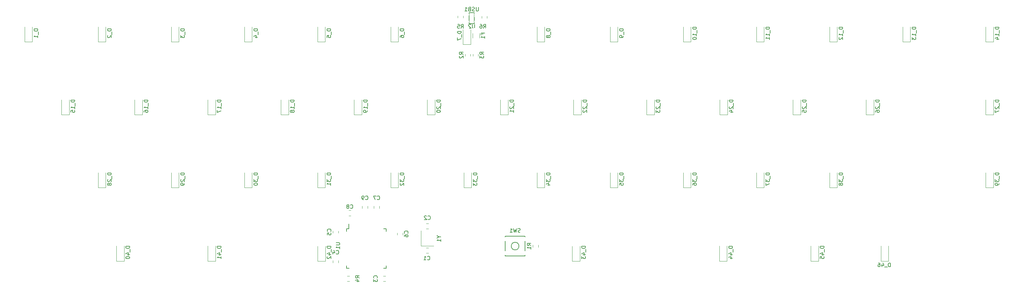
<source format=gbr>
G04 #@! TF.GenerationSoftware,KiCad,Pcbnew,(5.1.4)-1*
G04 #@! TF.CreationDate,2020-11-15T13:42:54-06:00*
G04 #@! TF.ProjectId,minim,6d696e69-6d2e-46b6-9963-61645f706362,rev?*
G04 #@! TF.SameCoordinates,Original*
G04 #@! TF.FileFunction,Legend,Bot*
G04 #@! TF.FilePolarity,Positive*
%FSLAX46Y46*%
G04 Gerber Fmt 4.6, Leading zero omitted, Abs format (unit mm)*
G04 Created by KiCad (PCBNEW (5.1.4)-1) date 2020-11-15 13:42:54*
%MOMM*%
%LPD*%
G04 APERTURE LIST*
%ADD10C,0.120000*%
%ADD11C,0.150000*%
%ADD12R,1.200000X0.900000*%
%ADD13C,0.100000*%
%ADD14C,0.975000*%
%ADD15R,0.600000X1.450000*%
%ADD16R,0.300000X1.450000*%
%ADD17C,0.650000*%
%ADD18O,1.000000X2.100000*%
%ADD19O,1.000000X1.600000*%
%ADD20R,0.700000X1.000000*%
%ADD21R,0.700000X0.600000*%
%ADD22C,1.250000*%
%ADD23R,1.200000X1.400000*%
%ADD24R,1.500000X0.550000*%
%ADD25R,0.550000X1.500000*%
%ADD26R,1.800000X1.100000*%
%ADD27C,1.750000*%
%ADD28C,2.250000*%
%ADD29C,3.987800*%
%ADD30C,3.048000*%
G04 APERTURE END LIST*
D10*
X23733000Y-12664000D02*
X21733000Y-12664000D01*
X21733000Y-12664000D02*
X21733000Y-8764000D01*
X23733000Y-12664000D02*
X23733000Y-8764000D01*
X114121000Y-56138578D02*
X114121000Y-55621422D01*
X112701000Y-56138578D02*
X112701000Y-55621422D01*
X120217000Y-63123578D02*
X120217000Y-62606422D01*
X118797000Y-63123578D02*
X118797000Y-62606422D01*
D11*
X137526000Y-5027000D02*
X137526000Y-7927000D01*
X137526000Y-5027000D02*
X138826000Y-5027000D01*
X138826000Y-5027000D02*
X138826000Y-7927000D01*
X138826000Y-7927000D02*
X137526000Y-7927000D01*
D10*
X138482000Y-16387578D02*
X138482000Y-15870422D01*
X139902000Y-16387578D02*
X139902000Y-15870422D01*
X136450000Y-16387578D02*
X136450000Y-15870422D01*
X137870000Y-16387578D02*
X137870000Y-15870422D01*
X142188000Y-6481578D02*
X142188000Y-5964422D01*
X140768000Y-6481578D02*
X140768000Y-5964422D01*
X135965000Y-6403078D02*
X135965000Y-5885922D01*
X134545000Y-6403078D02*
X134545000Y-5885922D01*
X140229000Y-11651064D02*
X140229000Y-10446936D01*
X138409000Y-11651064D02*
X138409000Y-10446936D01*
X124969000Y-66008000D02*
X124969000Y-62008000D01*
X128269000Y-66008000D02*
X124969000Y-66008000D01*
D11*
X106144000Y-61500000D02*
X106144000Y-60225000D01*
X105569000Y-71850000D02*
X105569000Y-71175000D01*
X115919000Y-71850000D02*
X115919000Y-71175000D01*
X115919000Y-61500000D02*
X115919000Y-62175000D01*
X105569000Y-61500000D02*
X105569000Y-62175000D01*
X115919000Y-61500000D02*
X115244000Y-61500000D01*
X115919000Y-71850000D02*
X115244000Y-71850000D01*
X105569000Y-71850000D02*
X106244000Y-71850000D01*
X105569000Y-61500000D02*
X106144000Y-61500000D01*
X150479000Y-66040000D02*
G75*
G03X150479000Y-66040000I-1000000J0D01*
G01*
X146879000Y-63440000D02*
X146879000Y-68640000D01*
X152079000Y-63440000D02*
X146879000Y-63440000D01*
X152079000Y-68640000D02*
X152079000Y-63440000D01*
X146879000Y-68640000D02*
X152079000Y-68640000D01*
D10*
X105786422Y-75259000D02*
X106303578Y-75259000D01*
X105786422Y-73839000D02*
X106303578Y-73839000D01*
X155523000Y-65781422D02*
X155523000Y-66298578D01*
X154103000Y-65781422D02*
X154103000Y-66298578D01*
X106167422Y-58114000D02*
X106684578Y-58114000D01*
X106167422Y-56694000D02*
X106684578Y-56694000D01*
X111073000Y-56138578D02*
X111073000Y-55621422D01*
X109653000Y-56138578D02*
X109653000Y-55621422D01*
X126877578Y-60123000D02*
X126360422Y-60123000D01*
X126877578Y-61543000D02*
X126360422Y-61543000D01*
X126360422Y-66473000D02*
X126877578Y-66473000D01*
X126360422Y-67893000D02*
X126877578Y-67893000D01*
X103453000Y-62098422D02*
X103453000Y-62615578D01*
X102033000Y-62098422D02*
X102033000Y-62615578D01*
X102033000Y-70362578D02*
X102033000Y-69845422D01*
X103453000Y-70362578D02*
X103453000Y-69845422D01*
X115184422Y-73839000D02*
X115701578Y-73839000D01*
X115184422Y-75259000D02*
X115701578Y-75259000D01*
X42862500Y-12656000D02*
X40862500Y-12656000D01*
X40862500Y-12656000D02*
X40862500Y-8756000D01*
X42862500Y-12656000D02*
X42862500Y-8756000D01*
X61912500Y-12656000D02*
X59912500Y-12656000D01*
X59912500Y-12656000D02*
X59912500Y-8756000D01*
X61912500Y-12656000D02*
X61912500Y-8756000D01*
X80962500Y-12656000D02*
X78962500Y-12656000D01*
X78962500Y-12656000D02*
X78962500Y-8756000D01*
X80962500Y-12656000D02*
X80962500Y-8756000D01*
X100012500Y-12656000D02*
X98012500Y-12656000D01*
X98012500Y-12656000D02*
X98012500Y-8756000D01*
X100012500Y-12656000D02*
X100012500Y-8756000D01*
X119062500Y-12656000D02*
X117062500Y-12656000D01*
X117062500Y-12656000D02*
X117062500Y-8756000D01*
X119062500Y-12656000D02*
X119062500Y-8756000D01*
X137906000Y-13299000D02*
X135906000Y-13299000D01*
X135906000Y-13299000D02*
X135906000Y-9399000D01*
X137906000Y-13299000D02*
X137906000Y-9399000D01*
X157162500Y-12656000D02*
X155162500Y-12656000D01*
X155162500Y-12656000D02*
X155162500Y-8756000D01*
X157162500Y-12656000D02*
X157162500Y-8756000D01*
X176212500Y-12656000D02*
X174212500Y-12656000D01*
X174212500Y-12656000D02*
X174212500Y-8756000D01*
X176212500Y-12656000D02*
X176212500Y-8756000D01*
X195262500Y-12656000D02*
X193262500Y-12656000D01*
X193262500Y-12656000D02*
X193262500Y-8756000D01*
X195262500Y-12656000D02*
X195262500Y-8756000D01*
X214312500Y-12656000D02*
X212312500Y-12656000D01*
X212312500Y-12656000D02*
X212312500Y-8756000D01*
X214312500Y-12656000D02*
X214312500Y-8756000D01*
X233362500Y-12656000D02*
X231362500Y-12656000D01*
X231362500Y-12656000D02*
X231362500Y-8756000D01*
X233362500Y-12656000D02*
X233362500Y-8756000D01*
X252412500Y-12656000D02*
X250412500Y-12656000D01*
X250412500Y-12656000D02*
X250412500Y-8756000D01*
X252412500Y-12656000D02*
X252412500Y-8756000D01*
X274050000Y-12656000D02*
X272050000Y-12656000D01*
X272050000Y-12656000D02*
X272050000Y-8756000D01*
X274050000Y-12656000D02*
X274050000Y-8756000D01*
X33337500Y-31706000D02*
X31337500Y-31706000D01*
X31337500Y-31706000D02*
X31337500Y-27806000D01*
X33337500Y-31706000D02*
X33337500Y-27806000D01*
X52387500Y-31706000D02*
X50387500Y-31706000D01*
X50387500Y-31706000D02*
X50387500Y-27806000D01*
X52387500Y-31706000D02*
X52387500Y-27806000D01*
X71437500Y-31706000D02*
X69437500Y-31706000D01*
X69437500Y-31706000D02*
X69437500Y-27806000D01*
X71437500Y-31706000D02*
X71437500Y-27806000D01*
X90487500Y-31706000D02*
X88487500Y-31706000D01*
X88487500Y-31706000D02*
X88487500Y-27806000D01*
X90487500Y-31706000D02*
X90487500Y-27806000D01*
X109537500Y-31706000D02*
X107537500Y-31706000D01*
X107537500Y-31706000D02*
X107537500Y-27806000D01*
X109537500Y-31706000D02*
X109537500Y-27806000D01*
X128587500Y-31706000D02*
X126587500Y-31706000D01*
X126587500Y-31706000D02*
X126587500Y-27806000D01*
X128587500Y-31706000D02*
X128587500Y-27806000D01*
X147637500Y-31706000D02*
X145637500Y-31706000D01*
X145637500Y-31706000D02*
X145637500Y-27806000D01*
X147637500Y-31706000D02*
X147637500Y-27806000D01*
X166687500Y-31706000D02*
X164687500Y-31706000D01*
X164687500Y-31706000D02*
X164687500Y-27806000D01*
X166687500Y-31706000D02*
X166687500Y-27806000D01*
X185737500Y-31706000D02*
X183737500Y-31706000D01*
X183737500Y-31706000D02*
X183737500Y-27806000D01*
X185737500Y-31706000D02*
X185737500Y-27806000D01*
X204787500Y-31706000D02*
X202787500Y-31706000D01*
X202787500Y-31706000D02*
X202787500Y-27806000D01*
X204787500Y-31706000D02*
X204787500Y-27806000D01*
X223837500Y-31706000D02*
X221837500Y-31706000D01*
X221837500Y-31706000D02*
X221837500Y-27806000D01*
X223837500Y-31706000D02*
X223837500Y-27806000D01*
X242887500Y-31706000D02*
X240887500Y-31706000D01*
X240887500Y-31706000D02*
X240887500Y-27806000D01*
X242887500Y-31706000D02*
X242887500Y-27806000D01*
X274050000Y-31706000D02*
X272050000Y-31706000D01*
X272050000Y-31706000D02*
X272050000Y-27806000D01*
X274050000Y-31706000D02*
X274050000Y-27806000D01*
X42862500Y-50756000D02*
X40862500Y-50756000D01*
X40862500Y-50756000D02*
X40862500Y-46856000D01*
X42862500Y-50756000D02*
X42862500Y-46856000D01*
X61912500Y-50756000D02*
X59912500Y-50756000D01*
X59912500Y-50756000D02*
X59912500Y-46856000D01*
X61912500Y-50756000D02*
X61912500Y-46856000D01*
X80962500Y-50756000D02*
X78962500Y-50756000D01*
X78962500Y-50756000D02*
X78962500Y-46856000D01*
X80962500Y-50756000D02*
X80962500Y-46856000D01*
X100012500Y-50756000D02*
X98012500Y-50756000D01*
X98012500Y-50756000D02*
X98012500Y-46856000D01*
X100012500Y-50756000D02*
X100012500Y-46856000D01*
X119062500Y-50756000D02*
X117062500Y-50756000D01*
X117062500Y-50756000D02*
X117062500Y-46856000D01*
X119062500Y-50756000D02*
X119062500Y-46856000D01*
X138112500Y-50756000D02*
X136112500Y-50756000D01*
X136112500Y-50756000D02*
X136112500Y-46856000D01*
X138112500Y-50756000D02*
X138112500Y-46856000D01*
X157162500Y-50756000D02*
X155162500Y-50756000D01*
X155162500Y-50756000D02*
X155162500Y-46856000D01*
X157162500Y-50756000D02*
X157162500Y-46856000D01*
X176212500Y-50756000D02*
X174212500Y-50756000D01*
X174212500Y-50756000D02*
X174212500Y-46856000D01*
X176212500Y-50756000D02*
X176212500Y-46856000D01*
X195262500Y-50756000D02*
X193262500Y-50756000D01*
X193262500Y-50756000D02*
X193262500Y-46856000D01*
X195262500Y-50756000D02*
X195262500Y-46856000D01*
X214312500Y-50756000D02*
X212312500Y-50756000D01*
X212312500Y-50756000D02*
X212312500Y-46856000D01*
X214312500Y-50756000D02*
X214312500Y-46856000D01*
X233362500Y-50756000D02*
X231362500Y-50756000D01*
X231362500Y-50756000D02*
X231362500Y-46856000D01*
X233362500Y-50756000D02*
X233362500Y-46856000D01*
X274050000Y-50764000D02*
X272050000Y-50764000D01*
X272050000Y-50764000D02*
X272050000Y-46864000D01*
X274050000Y-50764000D02*
X274050000Y-46864000D01*
X47625000Y-69933000D02*
X47625000Y-66033000D01*
X45625000Y-69933000D02*
X45625000Y-66033000D01*
X47625000Y-69933000D02*
X45625000Y-69933000D01*
X71437500Y-69933000D02*
X71437500Y-66033000D01*
X69437500Y-69933000D02*
X69437500Y-66033000D01*
X71437500Y-69933000D02*
X69437500Y-69933000D01*
X100060000Y-69941000D02*
X100060000Y-66041000D01*
X98060000Y-69941000D02*
X98060000Y-66041000D01*
X100060000Y-69941000D02*
X98060000Y-69941000D01*
X166354000Y-69941000D02*
X164354000Y-69941000D01*
X164354000Y-69941000D02*
X164354000Y-66041000D01*
X166354000Y-69941000D02*
X166354000Y-66041000D01*
X204660500Y-69933000D02*
X202660500Y-69933000D01*
X202660500Y-69933000D02*
X202660500Y-66033000D01*
X204660500Y-69933000D02*
X204660500Y-66033000D01*
X228473000Y-69933000D02*
X228473000Y-66033000D01*
X226473000Y-69933000D02*
X226473000Y-66033000D01*
X228473000Y-69933000D02*
X226473000Y-69933000D01*
X246745000Y-69933000D02*
X244745000Y-69933000D01*
X244745000Y-69933000D02*
X244745000Y-66033000D01*
X246745000Y-69933000D02*
X246745000Y-66033000D01*
D11*
X25185380Y-9294952D02*
X24185380Y-9294952D01*
X24185380Y-9533047D01*
X24233000Y-9675904D01*
X24328238Y-9771142D01*
X24423476Y-9818761D01*
X24613952Y-9866380D01*
X24756809Y-9866380D01*
X24947285Y-9818761D01*
X25042523Y-9771142D01*
X25137761Y-9675904D01*
X25185380Y-9533047D01*
X25185380Y-9294952D01*
X25280619Y-10056857D02*
X25280619Y-10818761D01*
X25185380Y-11580666D02*
X25185380Y-11009238D01*
X25185380Y-11294952D02*
X24185380Y-11294952D01*
X24328238Y-11199714D01*
X24423476Y-11104476D01*
X24471095Y-11009238D01*
X113577666Y-53824142D02*
X113625285Y-53871761D01*
X113768142Y-53919380D01*
X113863380Y-53919380D01*
X114006238Y-53871761D01*
X114101476Y-53776523D01*
X114149095Y-53681285D01*
X114196714Y-53490809D01*
X114196714Y-53347952D01*
X114149095Y-53157476D01*
X114101476Y-53062238D01*
X114006238Y-52967000D01*
X113863380Y-52919380D01*
X113768142Y-52919380D01*
X113625285Y-52967000D01*
X113577666Y-53014619D01*
X113244333Y-52919380D02*
X112577666Y-52919380D01*
X113006238Y-53919380D01*
X121514142Y-62698333D02*
X121561761Y-62650714D01*
X121609380Y-62507857D01*
X121609380Y-62412619D01*
X121561761Y-62269761D01*
X121466523Y-62174523D01*
X121371285Y-62126904D01*
X121180809Y-62079285D01*
X121037952Y-62079285D01*
X120847476Y-62126904D01*
X120752238Y-62174523D01*
X120657000Y-62269761D01*
X120609380Y-62412619D01*
X120609380Y-62507857D01*
X120657000Y-62650714D01*
X120704619Y-62698333D01*
X120609380Y-63555476D02*
X120609380Y-63365000D01*
X120657000Y-63269761D01*
X120704619Y-63222142D01*
X120847476Y-63126904D01*
X121037952Y-63079285D01*
X121418904Y-63079285D01*
X121514142Y-63126904D01*
X121561761Y-63174523D01*
X121609380Y-63269761D01*
X121609380Y-63460238D01*
X121561761Y-63555476D01*
X121514142Y-63603095D01*
X121418904Y-63650714D01*
X121180809Y-63650714D01*
X121085571Y-63603095D01*
X121037952Y-63555476D01*
X120990333Y-63460238D01*
X120990333Y-63269761D01*
X121037952Y-63174523D01*
X121085571Y-63126904D01*
X121180809Y-63079285D01*
X139914095Y-3622380D02*
X139914095Y-4431904D01*
X139866476Y-4527142D01*
X139818857Y-4574761D01*
X139723619Y-4622380D01*
X139533142Y-4622380D01*
X139437904Y-4574761D01*
X139390285Y-4527142D01*
X139342666Y-4431904D01*
X139342666Y-3622380D01*
X138914095Y-4574761D02*
X138771238Y-4622380D01*
X138533142Y-4622380D01*
X138437904Y-4574761D01*
X138390285Y-4527142D01*
X138342666Y-4431904D01*
X138342666Y-4336666D01*
X138390285Y-4241428D01*
X138437904Y-4193809D01*
X138533142Y-4146190D01*
X138723619Y-4098571D01*
X138818857Y-4050952D01*
X138866476Y-4003333D01*
X138914095Y-3908095D01*
X138914095Y-3812857D01*
X138866476Y-3717619D01*
X138818857Y-3670000D01*
X138723619Y-3622380D01*
X138485523Y-3622380D01*
X138342666Y-3670000D01*
X137580761Y-4098571D02*
X137437904Y-4146190D01*
X137390285Y-4193809D01*
X137342666Y-4289047D01*
X137342666Y-4431904D01*
X137390285Y-4527142D01*
X137437904Y-4574761D01*
X137533142Y-4622380D01*
X137914095Y-4622380D01*
X137914095Y-3622380D01*
X137580761Y-3622380D01*
X137485523Y-3670000D01*
X137437904Y-3717619D01*
X137390285Y-3812857D01*
X137390285Y-3908095D01*
X137437904Y-4003333D01*
X137485523Y-4050952D01*
X137580761Y-4098571D01*
X137914095Y-4098571D01*
X136390285Y-4622380D02*
X136961714Y-4622380D01*
X136676000Y-4622380D02*
X136676000Y-3622380D01*
X136771238Y-3765238D01*
X136866476Y-3860476D01*
X136961714Y-3908095D01*
X138937904Y-8088380D02*
X138937904Y-8897904D01*
X138890285Y-8993142D01*
X138842666Y-9040761D01*
X138747428Y-9088380D01*
X138556952Y-9088380D01*
X138461714Y-9040761D01*
X138414095Y-8993142D01*
X138366476Y-8897904D01*
X138366476Y-8088380D01*
X137937904Y-8183619D02*
X137890285Y-8136000D01*
X137795047Y-8088380D01*
X137556952Y-8088380D01*
X137461714Y-8136000D01*
X137414095Y-8183619D01*
X137366476Y-8278857D01*
X137366476Y-8374095D01*
X137414095Y-8516952D01*
X137985523Y-9088380D01*
X137366476Y-9088380D01*
X141294380Y-15962333D02*
X140818190Y-15629000D01*
X141294380Y-15390904D02*
X140294380Y-15390904D01*
X140294380Y-15771857D01*
X140342000Y-15867095D01*
X140389619Y-15914714D01*
X140484857Y-15962333D01*
X140627714Y-15962333D01*
X140722952Y-15914714D01*
X140770571Y-15867095D01*
X140818190Y-15771857D01*
X140818190Y-15390904D01*
X140294380Y-16295666D02*
X140294380Y-16914714D01*
X140675333Y-16581380D01*
X140675333Y-16724238D01*
X140722952Y-16819476D01*
X140770571Y-16867095D01*
X140865809Y-16914714D01*
X141103904Y-16914714D01*
X141199142Y-16867095D01*
X141246761Y-16819476D01*
X141294380Y-16724238D01*
X141294380Y-16438523D01*
X141246761Y-16343285D01*
X141199142Y-16295666D01*
X135961380Y-15962333D02*
X135485190Y-15629000D01*
X135961380Y-15390904D02*
X134961380Y-15390904D01*
X134961380Y-15771857D01*
X135009000Y-15867095D01*
X135056619Y-15914714D01*
X135151857Y-15962333D01*
X135294714Y-15962333D01*
X135389952Y-15914714D01*
X135437571Y-15867095D01*
X135485190Y-15771857D01*
X135485190Y-15390904D01*
X135056619Y-16343285D02*
X135009000Y-16390904D01*
X134961380Y-16486142D01*
X134961380Y-16724238D01*
X135009000Y-16819476D01*
X135056619Y-16867095D01*
X135151857Y-16914714D01*
X135247095Y-16914714D01*
X135389952Y-16867095D01*
X135961380Y-16295666D01*
X135961380Y-16914714D01*
X141263666Y-9088380D02*
X141597000Y-8612190D01*
X141835095Y-9088380D02*
X141835095Y-8088380D01*
X141454142Y-8088380D01*
X141358904Y-8136000D01*
X141311285Y-8183619D01*
X141263666Y-8278857D01*
X141263666Y-8421714D01*
X141311285Y-8516952D01*
X141358904Y-8564571D01*
X141454142Y-8612190D01*
X141835095Y-8612190D01*
X140406523Y-8088380D02*
X140597000Y-8088380D01*
X140692238Y-8136000D01*
X140739857Y-8183619D01*
X140835095Y-8326476D01*
X140882714Y-8516952D01*
X140882714Y-8897904D01*
X140835095Y-8993142D01*
X140787476Y-9040761D01*
X140692238Y-9088380D01*
X140501761Y-9088380D01*
X140406523Y-9040761D01*
X140358904Y-8993142D01*
X140311285Y-8897904D01*
X140311285Y-8659809D01*
X140358904Y-8564571D01*
X140406523Y-8516952D01*
X140501761Y-8469333D01*
X140692238Y-8469333D01*
X140787476Y-8516952D01*
X140835095Y-8564571D01*
X140882714Y-8659809D01*
X135421666Y-9088380D02*
X135755000Y-8612190D01*
X135993095Y-9088380D02*
X135993095Y-8088380D01*
X135612142Y-8088380D01*
X135516904Y-8136000D01*
X135469285Y-8183619D01*
X135421666Y-8278857D01*
X135421666Y-8421714D01*
X135469285Y-8516952D01*
X135516904Y-8564571D01*
X135612142Y-8612190D01*
X135993095Y-8612190D01*
X134516904Y-8088380D02*
X134993095Y-8088380D01*
X135040714Y-8564571D01*
X134993095Y-8516952D01*
X134897857Y-8469333D01*
X134659761Y-8469333D01*
X134564523Y-8516952D01*
X134516904Y-8564571D01*
X134469285Y-8659809D01*
X134469285Y-8897904D01*
X134516904Y-8993142D01*
X134564523Y-9040761D01*
X134659761Y-9088380D01*
X134897857Y-9088380D01*
X134993095Y-9040761D01*
X135040714Y-8993142D01*
X141067571Y-10715666D02*
X141067571Y-10382333D01*
X141591380Y-10382333D02*
X140591380Y-10382333D01*
X140591380Y-10858523D01*
X141591380Y-11763285D02*
X141591380Y-11191857D01*
X141591380Y-11477571D02*
X140591380Y-11477571D01*
X140734238Y-11382333D01*
X140829476Y-11287095D01*
X140877095Y-11191857D01*
X129643190Y-63658809D02*
X130119380Y-63658809D01*
X129119380Y-63325476D02*
X129643190Y-63658809D01*
X129119380Y-63992142D01*
X130119380Y-64849285D02*
X130119380Y-64277857D01*
X130119380Y-64563571D02*
X129119380Y-64563571D01*
X129262238Y-64468333D01*
X129357476Y-64373095D01*
X129405095Y-64277857D01*
X102830380Y-65151095D02*
X103639904Y-65151095D01*
X103735142Y-65198714D01*
X103782761Y-65246333D01*
X103830380Y-65341571D01*
X103830380Y-65532047D01*
X103782761Y-65627285D01*
X103735142Y-65674904D01*
X103639904Y-65722523D01*
X102830380Y-65722523D01*
X103830380Y-66722523D02*
X103830380Y-66151095D01*
X103830380Y-66436809D02*
X102830380Y-66436809D01*
X102973238Y-66341571D01*
X103068476Y-66246333D01*
X103116095Y-66151095D01*
X150812333Y-62380761D02*
X150669476Y-62428380D01*
X150431380Y-62428380D01*
X150336142Y-62380761D01*
X150288523Y-62333142D01*
X150240904Y-62237904D01*
X150240904Y-62142666D01*
X150288523Y-62047428D01*
X150336142Y-61999809D01*
X150431380Y-61952190D01*
X150621857Y-61904571D01*
X150717095Y-61856952D01*
X150764714Y-61809333D01*
X150812333Y-61714095D01*
X150812333Y-61618857D01*
X150764714Y-61523619D01*
X150717095Y-61476000D01*
X150621857Y-61428380D01*
X150383761Y-61428380D01*
X150240904Y-61476000D01*
X149907571Y-61428380D02*
X149669476Y-62428380D01*
X149479000Y-61714095D01*
X149288523Y-62428380D01*
X149050428Y-61428380D01*
X148145666Y-62428380D02*
X148717095Y-62428380D01*
X148431380Y-62428380D02*
X148431380Y-61428380D01*
X148526619Y-61571238D01*
X148621857Y-61666476D01*
X148717095Y-61714095D01*
X108910380Y-74382333D02*
X108434190Y-74049000D01*
X108910380Y-73810904D02*
X107910380Y-73810904D01*
X107910380Y-74191857D01*
X107958000Y-74287095D01*
X108005619Y-74334714D01*
X108100857Y-74382333D01*
X108243714Y-74382333D01*
X108338952Y-74334714D01*
X108386571Y-74287095D01*
X108434190Y-74191857D01*
X108434190Y-73810904D01*
X108243714Y-75239476D02*
X108910380Y-75239476D01*
X107862761Y-75001380D02*
X108577047Y-74763285D01*
X108577047Y-75382333D01*
X153615380Y-65873333D02*
X153139190Y-65540000D01*
X153615380Y-65301904D02*
X152615380Y-65301904D01*
X152615380Y-65682857D01*
X152663000Y-65778095D01*
X152710619Y-65825714D01*
X152805857Y-65873333D01*
X152948714Y-65873333D01*
X153043952Y-65825714D01*
X153091571Y-65778095D01*
X153139190Y-65682857D01*
X153139190Y-65301904D01*
X153615380Y-66825714D02*
X153615380Y-66254285D01*
X153615380Y-66540000D02*
X152615380Y-66540000D01*
X152758238Y-66444761D01*
X152853476Y-66349523D01*
X152901095Y-66254285D01*
X106592666Y-56110142D02*
X106640285Y-56157761D01*
X106783142Y-56205380D01*
X106878380Y-56205380D01*
X107021238Y-56157761D01*
X107116476Y-56062523D01*
X107164095Y-55967285D01*
X107211714Y-55776809D01*
X107211714Y-55633952D01*
X107164095Y-55443476D01*
X107116476Y-55348238D01*
X107021238Y-55253000D01*
X106878380Y-55205380D01*
X106783142Y-55205380D01*
X106640285Y-55253000D01*
X106592666Y-55300619D01*
X106021238Y-55633952D02*
X106116476Y-55586333D01*
X106164095Y-55538714D01*
X106211714Y-55443476D01*
X106211714Y-55395857D01*
X106164095Y-55300619D01*
X106116476Y-55253000D01*
X106021238Y-55205380D01*
X105830761Y-55205380D01*
X105735523Y-55253000D01*
X105687904Y-55300619D01*
X105640285Y-55395857D01*
X105640285Y-55443476D01*
X105687904Y-55538714D01*
X105735523Y-55586333D01*
X105830761Y-55633952D01*
X106021238Y-55633952D01*
X106116476Y-55681571D01*
X106164095Y-55729190D01*
X106211714Y-55824428D01*
X106211714Y-56014904D01*
X106164095Y-56110142D01*
X106116476Y-56157761D01*
X106021238Y-56205380D01*
X105830761Y-56205380D01*
X105735523Y-56157761D01*
X105687904Y-56110142D01*
X105640285Y-56014904D01*
X105640285Y-55824428D01*
X105687904Y-55729190D01*
X105735523Y-55681571D01*
X105830761Y-55633952D01*
X110529666Y-53824142D02*
X110577285Y-53871761D01*
X110720142Y-53919380D01*
X110815380Y-53919380D01*
X110958238Y-53871761D01*
X111053476Y-53776523D01*
X111101095Y-53681285D01*
X111148714Y-53490809D01*
X111148714Y-53347952D01*
X111101095Y-53157476D01*
X111053476Y-53062238D01*
X110958238Y-52967000D01*
X110815380Y-52919380D01*
X110720142Y-52919380D01*
X110577285Y-52967000D01*
X110529666Y-53014619D01*
X110053476Y-53919380D02*
X109863000Y-53919380D01*
X109767761Y-53871761D01*
X109720142Y-53824142D01*
X109624904Y-53681285D01*
X109577285Y-53490809D01*
X109577285Y-53109857D01*
X109624904Y-53014619D01*
X109672523Y-52967000D01*
X109767761Y-52919380D01*
X109958238Y-52919380D01*
X110053476Y-52967000D01*
X110101095Y-53014619D01*
X110148714Y-53109857D01*
X110148714Y-53347952D01*
X110101095Y-53443190D01*
X110053476Y-53490809D01*
X109958238Y-53538428D01*
X109767761Y-53538428D01*
X109672523Y-53490809D01*
X109624904Y-53443190D01*
X109577285Y-53347952D01*
X126785666Y-59031142D02*
X126833285Y-59078761D01*
X126976142Y-59126380D01*
X127071380Y-59126380D01*
X127214238Y-59078761D01*
X127309476Y-58983523D01*
X127357095Y-58888285D01*
X127404714Y-58697809D01*
X127404714Y-58554952D01*
X127357095Y-58364476D01*
X127309476Y-58269238D01*
X127214238Y-58174000D01*
X127071380Y-58126380D01*
X126976142Y-58126380D01*
X126833285Y-58174000D01*
X126785666Y-58221619D01*
X126404714Y-58221619D02*
X126357095Y-58174000D01*
X126261857Y-58126380D01*
X126023761Y-58126380D01*
X125928523Y-58174000D01*
X125880904Y-58221619D01*
X125833285Y-58316857D01*
X125833285Y-58412095D01*
X125880904Y-58554952D01*
X126452333Y-59126380D01*
X125833285Y-59126380D01*
X126658666Y-69572142D02*
X126706285Y-69619761D01*
X126849142Y-69667380D01*
X126944380Y-69667380D01*
X127087238Y-69619761D01*
X127182476Y-69524523D01*
X127230095Y-69429285D01*
X127277714Y-69238809D01*
X127277714Y-69095952D01*
X127230095Y-68905476D01*
X127182476Y-68810238D01*
X127087238Y-68715000D01*
X126944380Y-68667380D01*
X126849142Y-68667380D01*
X126706285Y-68715000D01*
X126658666Y-68762619D01*
X125706285Y-69667380D02*
X126277714Y-69667380D01*
X125992000Y-69667380D02*
X125992000Y-68667380D01*
X126087238Y-68810238D01*
X126182476Y-68905476D01*
X126277714Y-68953095D01*
X101450142Y-62190333D02*
X101497761Y-62142714D01*
X101545380Y-61999857D01*
X101545380Y-61904619D01*
X101497761Y-61761761D01*
X101402523Y-61666523D01*
X101307285Y-61618904D01*
X101116809Y-61571285D01*
X100973952Y-61571285D01*
X100783476Y-61618904D01*
X100688238Y-61666523D01*
X100593000Y-61761761D01*
X100545380Y-61904619D01*
X100545380Y-61999857D01*
X100593000Y-62142714D01*
X100640619Y-62190333D01*
X100545380Y-63095095D02*
X100545380Y-62618904D01*
X101021571Y-62571285D01*
X100973952Y-62618904D01*
X100926333Y-62714142D01*
X100926333Y-62952238D01*
X100973952Y-63047476D01*
X101021571Y-63095095D01*
X101116809Y-63142714D01*
X101354904Y-63142714D01*
X101450142Y-63095095D01*
X101497761Y-63047476D01*
X101545380Y-62952238D01*
X101545380Y-62714142D01*
X101497761Y-62618904D01*
X101450142Y-62571285D01*
X102909666Y-68048142D02*
X102957285Y-68095761D01*
X103100142Y-68143380D01*
X103195380Y-68143380D01*
X103338238Y-68095761D01*
X103433476Y-68000523D01*
X103481095Y-67905285D01*
X103528714Y-67714809D01*
X103528714Y-67571952D01*
X103481095Y-67381476D01*
X103433476Y-67286238D01*
X103338238Y-67191000D01*
X103195380Y-67143380D01*
X103100142Y-67143380D01*
X102957285Y-67191000D01*
X102909666Y-67238619D01*
X102052523Y-67476714D02*
X102052523Y-68143380D01*
X102290619Y-67095761D02*
X102528714Y-67810047D01*
X101909666Y-67810047D01*
X113514142Y-74382333D02*
X113561761Y-74334714D01*
X113609380Y-74191857D01*
X113609380Y-74096619D01*
X113561761Y-73953761D01*
X113466523Y-73858523D01*
X113371285Y-73810904D01*
X113180809Y-73763285D01*
X113037952Y-73763285D01*
X112847476Y-73810904D01*
X112752238Y-73858523D01*
X112657000Y-73953761D01*
X112609380Y-74096619D01*
X112609380Y-74191857D01*
X112657000Y-74334714D01*
X112704619Y-74382333D01*
X112609380Y-74715666D02*
X112609380Y-75334714D01*
X112990333Y-75001380D01*
X112990333Y-75144238D01*
X113037952Y-75239476D01*
X113085571Y-75287095D01*
X113180809Y-75334714D01*
X113418904Y-75334714D01*
X113514142Y-75287095D01*
X113561761Y-75239476D01*
X113609380Y-75144238D01*
X113609380Y-74858523D01*
X113561761Y-74763285D01*
X113514142Y-74715666D01*
X44314880Y-9286952D02*
X43314880Y-9286952D01*
X43314880Y-9525047D01*
X43362500Y-9667904D01*
X43457738Y-9763142D01*
X43552976Y-9810761D01*
X43743452Y-9858380D01*
X43886309Y-9858380D01*
X44076785Y-9810761D01*
X44172023Y-9763142D01*
X44267261Y-9667904D01*
X44314880Y-9525047D01*
X44314880Y-9286952D01*
X44410119Y-10048857D02*
X44410119Y-10810761D01*
X43410119Y-11001238D02*
X43362500Y-11048857D01*
X43314880Y-11144095D01*
X43314880Y-11382190D01*
X43362500Y-11477428D01*
X43410119Y-11525047D01*
X43505357Y-11572666D01*
X43600595Y-11572666D01*
X43743452Y-11525047D01*
X44314880Y-10953619D01*
X44314880Y-11572666D01*
X63364880Y-9286952D02*
X62364880Y-9286952D01*
X62364880Y-9525047D01*
X62412500Y-9667904D01*
X62507738Y-9763142D01*
X62602976Y-9810761D01*
X62793452Y-9858380D01*
X62936309Y-9858380D01*
X63126785Y-9810761D01*
X63222023Y-9763142D01*
X63317261Y-9667904D01*
X63364880Y-9525047D01*
X63364880Y-9286952D01*
X63460119Y-10048857D02*
X63460119Y-10810761D01*
X62364880Y-10953619D02*
X62364880Y-11572666D01*
X62745833Y-11239333D01*
X62745833Y-11382190D01*
X62793452Y-11477428D01*
X62841071Y-11525047D01*
X62936309Y-11572666D01*
X63174404Y-11572666D01*
X63269642Y-11525047D01*
X63317261Y-11477428D01*
X63364880Y-11382190D01*
X63364880Y-11096476D01*
X63317261Y-11001238D01*
X63269642Y-10953619D01*
X82414880Y-9286952D02*
X81414880Y-9286952D01*
X81414880Y-9525047D01*
X81462500Y-9667904D01*
X81557738Y-9763142D01*
X81652976Y-9810761D01*
X81843452Y-9858380D01*
X81986309Y-9858380D01*
X82176785Y-9810761D01*
X82272023Y-9763142D01*
X82367261Y-9667904D01*
X82414880Y-9525047D01*
X82414880Y-9286952D01*
X82510119Y-10048857D02*
X82510119Y-10810761D01*
X81748214Y-11477428D02*
X82414880Y-11477428D01*
X81367261Y-11239333D02*
X82081547Y-11001238D01*
X82081547Y-11620285D01*
X101464880Y-9286952D02*
X100464880Y-9286952D01*
X100464880Y-9525047D01*
X100512500Y-9667904D01*
X100607738Y-9763142D01*
X100702976Y-9810761D01*
X100893452Y-9858380D01*
X101036309Y-9858380D01*
X101226785Y-9810761D01*
X101322023Y-9763142D01*
X101417261Y-9667904D01*
X101464880Y-9525047D01*
X101464880Y-9286952D01*
X101560119Y-10048857D02*
X101560119Y-10810761D01*
X100464880Y-11525047D02*
X100464880Y-11048857D01*
X100941071Y-11001238D01*
X100893452Y-11048857D01*
X100845833Y-11144095D01*
X100845833Y-11382190D01*
X100893452Y-11477428D01*
X100941071Y-11525047D01*
X101036309Y-11572666D01*
X101274404Y-11572666D01*
X101369642Y-11525047D01*
X101417261Y-11477428D01*
X101464880Y-11382190D01*
X101464880Y-11144095D01*
X101417261Y-11048857D01*
X101369642Y-11001238D01*
X120514880Y-9286952D02*
X119514880Y-9286952D01*
X119514880Y-9525047D01*
X119562500Y-9667904D01*
X119657738Y-9763142D01*
X119752976Y-9810761D01*
X119943452Y-9858380D01*
X120086309Y-9858380D01*
X120276785Y-9810761D01*
X120372023Y-9763142D01*
X120467261Y-9667904D01*
X120514880Y-9525047D01*
X120514880Y-9286952D01*
X120610119Y-10048857D02*
X120610119Y-10810761D01*
X119514880Y-11477428D02*
X119514880Y-11286952D01*
X119562500Y-11191714D01*
X119610119Y-11144095D01*
X119752976Y-11048857D01*
X119943452Y-11001238D01*
X120324404Y-11001238D01*
X120419642Y-11048857D01*
X120467261Y-11096476D01*
X120514880Y-11191714D01*
X120514880Y-11382190D01*
X120467261Y-11477428D01*
X120419642Y-11525047D01*
X120324404Y-11572666D01*
X120086309Y-11572666D01*
X119991071Y-11525047D01*
X119943452Y-11477428D01*
X119895833Y-11382190D01*
X119895833Y-11191714D01*
X119943452Y-11096476D01*
X119991071Y-11048857D01*
X120086309Y-11001238D01*
X135453380Y-9929952D02*
X134453380Y-9929952D01*
X134453380Y-10168047D01*
X134501000Y-10310904D01*
X134596238Y-10406142D01*
X134691476Y-10453761D01*
X134881952Y-10501380D01*
X135024809Y-10501380D01*
X135215285Y-10453761D01*
X135310523Y-10406142D01*
X135405761Y-10310904D01*
X135453380Y-10168047D01*
X135453380Y-9929952D01*
X135548619Y-10691857D02*
X135548619Y-11453761D01*
X134453380Y-11596619D02*
X134453380Y-12263285D01*
X135453380Y-11834714D01*
X158614880Y-9286952D02*
X157614880Y-9286952D01*
X157614880Y-9525047D01*
X157662500Y-9667904D01*
X157757738Y-9763142D01*
X157852976Y-9810761D01*
X158043452Y-9858380D01*
X158186309Y-9858380D01*
X158376785Y-9810761D01*
X158472023Y-9763142D01*
X158567261Y-9667904D01*
X158614880Y-9525047D01*
X158614880Y-9286952D01*
X158710119Y-10048857D02*
X158710119Y-10810761D01*
X158043452Y-11191714D02*
X157995833Y-11096476D01*
X157948214Y-11048857D01*
X157852976Y-11001238D01*
X157805357Y-11001238D01*
X157710119Y-11048857D01*
X157662500Y-11096476D01*
X157614880Y-11191714D01*
X157614880Y-11382190D01*
X157662500Y-11477428D01*
X157710119Y-11525047D01*
X157805357Y-11572666D01*
X157852976Y-11572666D01*
X157948214Y-11525047D01*
X157995833Y-11477428D01*
X158043452Y-11382190D01*
X158043452Y-11191714D01*
X158091071Y-11096476D01*
X158138690Y-11048857D01*
X158233928Y-11001238D01*
X158424404Y-11001238D01*
X158519642Y-11048857D01*
X158567261Y-11096476D01*
X158614880Y-11191714D01*
X158614880Y-11382190D01*
X158567261Y-11477428D01*
X158519642Y-11525047D01*
X158424404Y-11572666D01*
X158233928Y-11572666D01*
X158138690Y-11525047D01*
X158091071Y-11477428D01*
X158043452Y-11382190D01*
X177664880Y-9286952D02*
X176664880Y-9286952D01*
X176664880Y-9525047D01*
X176712500Y-9667904D01*
X176807738Y-9763142D01*
X176902976Y-9810761D01*
X177093452Y-9858380D01*
X177236309Y-9858380D01*
X177426785Y-9810761D01*
X177522023Y-9763142D01*
X177617261Y-9667904D01*
X177664880Y-9525047D01*
X177664880Y-9286952D01*
X177760119Y-10048857D02*
X177760119Y-10810761D01*
X177664880Y-11096476D02*
X177664880Y-11286952D01*
X177617261Y-11382190D01*
X177569642Y-11429809D01*
X177426785Y-11525047D01*
X177236309Y-11572666D01*
X176855357Y-11572666D01*
X176760119Y-11525047D01*
X176712500Y-11477428D01*
X176664880Y-11382190D01*
X176664880Y-11191714D01*
X176712500Y-11096476D01*
X176760119Y-11048857D01*
X176855357Y-11001238D01*
X177093452Y-11001238D01*
X177188690Y-11048857D01*
X177236309Y-11096476D01*
X177283928Y-11191714D01*
X177283928Y-11382190D01*
X177236309Y-11477428D01*
X177188690Y-11525047D01*
X177093452Y-11572666D01*
X196714880Y-8810761D02*
X195714880Y-8810761D01*
X195714880Y-9048857D01*
X195762500Y-9191714D01*
X195857738Y-9286952D01*
X195952976Y-9334571D01*
X196143452Y-9382190D01*
X196286309Y-9382190D01*
X196476785Y-9334571D01*
X196572023Y-9286952D01*
X196667261Y-9191714D01*
X196714880Y-9048857D01*
X196714880Y-8810761D01*
X196810119Y-9572666D02*
X196810119Y-10334571D01*
X196714880Y-11096476D02*
X196714880Y-10525047D01*
X196714880Y-10810761D02*
X195714880Y-10810761D01*
X195857738Y-10715523D01*
X195952976Y-10620285D01*
X196000595Y-10525047D01*
X195714880Y-11715523D02*
X195714880Y-11810761D01*
X195762500Y-11906000D01*
X195810119Y-11953619D01*
X195905357Y-12001238D01*
X196095833Y-12048857D01*
X196333928Y-12048857D01*
X196524404Y-12001238D01*
X196619642Y-11953619D01*
X196667261Y-11906000D01*
X196714880Y-11810761D01*
X196714880Y-11715523D01*
X196667261Y-11620285D01*
X196619642Y-11572666D01*
X196524404Y-11525047D01*
X196333928Y-11477428D01*
X196095833Y-11477428D01*
X195905357Y-11525047D01*
X195810119Y-11572666D01*
X195762500Y-11620285D01*
X195714880Y-11715523D01*
X215764880Y-8810761D02*
X214764880Y-8810761D01*
X214764880Y-9048857D01*
X214812500Y-9191714D01*
X214907738Y-9286952D01*
X215002976Y-9334571D01*
X215193452Y-9382190D01*
X215336309Y-9382190D01*
X215526785Y-9334571D01*
X215622023Y-9286952D01*
X215717261Y-9191714D01*
X215764880Y-9048857D01*
X215764880Y-8810761D01*
X215860119Y-9572666D02*
X215860119Y-10334571D01*
X215764880Y-11096476D02*
X215764880Y-10525047D01*
X215764880Y-10810761D02*
X214764880Y-10810761D01*
X214907738Y-10715523D01*
X215002976Y-10620285D01*
X215050595Y-10525047D01*
X215764880Y-12048857D02*
X215764880Y-11477428D01*
X215764880Y-11763142D02*
X214764880Y-11763142D01*
X214907738Y-11667904D01*
X215002976Y-11572666D01*
X215050595Y-11477428D01*
X234814880Y-8810761D02*
X233814880Y-8810761D01*
X233814880Y-9048857D01*
X233862500Y-9191714D01*
X233957738Y-9286952D01*
X234052976Y-9334571D01*
X234243452Y-9382190D01*
X234386309Y-9382190D01*
X234576785Y-9334571D01*
X234672023Y-9286952D01*
X234767261Y-9191714D01*
X234814880Y-9048857D01*
X234814880Y-8810761D01*
X234910119Y-9572666D02*
X234910119Y-10334571D01*
X234814880Y-11096476D02*
X234814880Y-10525047D01*
X234814880Y-10810761D02*
X233814880Y-10810761D01*
X233957738Y-10715523D01*
X234052976Y-10620285D01*
X234100595Y-10525047D01*
X233910119Y-11477428D02*
X233862500Y-11525047D01*
X233814880Y-11620285D01*
X233814880Y-11858380D01*
X233862500Y-11953619D01*
X233910119Y-12001238D01*
X234005357Y-12048857D01*
X234100595Y-12048857D01*
X234243452Y-12001238D01*
X234814880Y-11429809D01*
X234814880Y-12048857D01*
X253864880Y-8810761D02*
X252864880Y-8810761D01*
X252864880Y-9048857D01*
X252912500Y-9191714D01*
X253007738Y-9286952D01*
X253102976Y-9334571D01*
X253293452Y-9382190D01*
X253436309Y-9382190D01*
X253626785Y-9334571D01*
X253722023Y-9286952D01*
X253817261Y-9191714D01*
X253864880Y-9048857D01*
X253864880Y-8810761D01*
X253960119Y-9572666D02*
X253960119Y-10334571D01*
X253864880Y-11096476D02*
X253864880Y-10525047D01*
X253864880Y-10810761D02*
X252864880Y-10810761D01*
X253007738Y-10715523D01*
X253102976Y-10620285D01*
X253150595Y-10525047D01*
X252864880Y-11429809D02*
X252864880Y-12048857D01*
X253245833Y-11715523D01*
X253245833Y-11858380D01*
X253293452Y-11953619D01*
X253341071Y-12001238D01*
X253436309Y-12048857D01*
X253674404Y-12048857D01*
X253769642Y-12001238D01*
X253817261Y-11953619D01*
X253864880Y-11858380D01*
X253864880Y-11572666D01*
X253817261Y-11477428D01*
X253769642Y-11429809D01*
X275502380Y-8810761D02*
X274502380Y-8810761D01*
X274502380Y-9048857D01*
X274550000Y-9191714D01*
X274645238Y-9286952D01*
X274740476Y-9334571D01*
X274930952Y-9382190D01*
X275073809Y-9382190D01*
X275264285Y-9334571D01*
X275359523Y-9286952D01*
X275454761Y-9191714D01*
X275502380Y-9048857D01*
X275502380Y-8810761D01*
X275597619Y-9572666D02*
X275597619Y-10334571D01*
X275502380Y-11096476D02*
X275502380Y-10525047D01*
X275502380Y-10810761D02*
X274502380Y-10810761D01*
X274645238Y-10715523D01*
X274740476Y-10620285D01*
X274788095Y-10525047D01*
X274835714Y-11953619D02*
X275502380Y-11953619D01*
X274454761Y-11715523D02*
X275169047Y-11477428D01*
X275169047Y-12096476D01*
X34789880Y-27860761D02*
X33789880Y-27860761D01*
X33789880Y-28098857D01*
X33837500Y-28241714D01*
X33932738Y-28336952D01*
X34027976Y-28384571D01*
X34218452Y-28432190D01*
X34361309Y-28432190D01*
X34551785Y-28384571D01*
X34647023Y-28336952D01*
X34742261Y-28241714D01*
X34789880Y-28098857D01*
X34789880Y-27860761D01*
X34885119Y-28622666D02*
X34885119Y-29384571D01*
X34789880Y-30146476D02*
X34789880Y-29575047D01*
X34789880Y-29860761D02*
X33789880Y-29860761D01*
X33932738Y-29765523D01*
X34027976Y-29670285D01*
X34075595Y-29575047D01*
X33789880Y-31051238D02*
X33789880Y-30575047D01*
X34266071Y-30527428D01*
X34218452Y-30575047D01*
X34170833Y-30670285D01*
X34170833Y-30908380D01*
X34218452Y-31003619D01*
X34266071Y-31051238D01*
X34361309Y-31098857D01*
X34599404Y-31098857D01*
X34694642Y-31051238D01*
X34742261Y-31003619D01*
X34789880Y-30908380D01*
X34789880Y-30670285D01*
X34742261Y-30575047D01*
X34694642Y-30527428D01*
X53839880Y-27860761D02*
X52839880Y-27860761D01*
X52839880Y-28098857D01*
X52887500Y-28241714D01*
X52982738Y-28336952D01*
X53077976Y-28384571D01*
X53268452Y-28432190D01*
X53411309Y-28432190D01*
X53601785Y-28384571D01*
X53697023Y-28336952D01*
X53792261Y-28241714D01*
X53839880Y-28098857D01*
X53839880Y-27860761D01*
X53935119Y-28622666D02*
X53935119Y-29384571D01*
X53839880Y-30146476D02*
X53839880Y-29575047D01*
X53839880Y-29860761D02*
X52839880Y-29860761D01*
X52982738Y-29765523D01*
X53077976Y-29670285D01*
X53125595Y-29575047D01*
X52839880Y-31003619D02*
X52839880Y-30813142D01*
X52887500Y-30717904D01*
X52935119Y-30670285D01*
X53077976Y-30575047D01*
X53268452Y-30527428D01*
X53649404Y-30527428D01*
X53744642Y-30575047D01*
X53792261Y-30622666D01*
X53839880Y-30717904D01*
X53839880Y-30908380D01*
X53792261Y-31003619D01*
X53744642Y-31051238D01*
X53649404Y-31098857D01*
X53411309Y-31098857D01*
X53316071Y-31051238D01*
X53268452Y-31003619D01*
X53220833Y-30908380D01*
X53220833Y-30717904D01*
X53268452Y-30622666D01*
X53316071Y-30575047D01*
X53411309Y-30527428D01*
X72889880Y-27860761D02*
X71889880Y-27860761D01*
X71889880Y-28098857D01*
X71937500Y-28241714D01*
X72032738Y-28336952D01*
X72127976Y-28384571D01*
X72318452Y-28432190D01*
X72461309Y-28432190D01*
X72651785Y-28384571D01*
X72747023Y-28336952D01*
X72842261Y-28241714D01*
X72889880Y-28098857D01*
X72889880Y-27860761D01*
X72985119Y-28622666D02*
X72985119Y-29384571D01*
X72889880Y-30146476D02*
X72889880Y-29575047D01*
X72889880Y-29860761D02*
X71889880Y-29860761D01*
X72032738Y-29765523D01*
X72127976Y-29670285D01*
X72175595Y-29575047D01*
X71889880Y-30479809D02*
X71889880Y-31146476D01*
X72889880Y-30717904D01*
X91939880Y-27860761D02*
X90939880Y-27860761D01*
X90939880Y-28098857D01*
X90987500Y-28241714D01*
X91082738Y-28336952D01*
X91177976Y-28384571D01*
X91368452Y-28432190D01*
X91511309Y-28432190D01*
X91701785Y-28384571D01*
X91797023Y-28336952D01*
X91892261Y-28241714D01*
X91939880Y-28098857D01*
X91939880Y-27860761D01*
X92035119Y-28622666D02*
X92035119Y-29384571D01*
X91939880Y-30146476D02*
X91939880Y-29575047D01*
X91939880Y-29860761D02*
X90939880Y-29860761D01*
X91082738Y-29765523D01*
X91177976Y-29670285D01*
X91225595Y-29575047D01*
X91368452Y-30717904D02*
X91320833Y-30622666D01*
X91273214Y-30575047D01*
X91177976Y-30527428D01*
X91130357Y-30527428D01*
X91035119Y-30575047D01*
X90987500Y-30622666D01*
X90939880Y-30717904D01*
X90939880Y-30908380D01*
X90987500Y-31003619D01*
X91035119Y-31051238D01*
X91130357Y-31098857D01*
X91177976Y-31098857D01*
X91273214Y-31051238D01*
X91320833Y-31003619D01*
X91368452Y-30908380D01*
X91368452Y-30717904D01*
X91416071Y-30622666D01*
X91463690Y-30575047D01*
X91558928Y-30527428D01*
X91749404Y-30527428D01*
X91844642Y-30575047D01*
X91892261Y-30622666D01*
X91939880Y-30717904D01*
X91939880Y-30908380D01*
X91892261Y-31003619D01*
X91844642Y-31051238D01*
X91749404Y-31098857D01*
X91558928Y-31098857D01*
X91463690Y-31051238D01*
X91416071Y-31003619D01*
X91368452Y-30908380D01*
X110989880Y-27860761D02*
X109989880Y-27860761D01*
X109989880Y-28098857D01*
X110037500Y-28241714D01*
X110132738Y-28336952D01*
X110227976Y-28384571D01*
X110418452Y-28432190D01*
X110561309Y-28432190D01*
X110751785Y-28384571D01*
X110847023Y-28336952D01*
X110942261Y-28241714D01*
X110989880Y-28098857D01*
X110989880Y-27860761D01*
X111085119Y-28622666D02*
X111085119Y-29384571D01*
X110989880Y-30146476D02*
X110989880Y-29575047D01*
X110989880Y-29860761D02*
X109989880Y-29860761D01*
X110132738Y-29765523D01*
X110227976Y-29670285D01*
X110275595Y-29575047D01*
X110989880Y-30622666D02*
X110989880Y-30813142D01*
X110942261Y-30908380D01*
X110894642Y-30956000D01*
X110751785Y-31051238D01*
X110561309Y-31098857D01*
X110180357Y-31098857D01*
X110085119Y-31051238D01*
X110037500Y-31003619D01*
X109989880Y-30908380D01*
X109989880Y-30717904D01*
X110037500Y-30622666D01*
X110085119Y-30575047D01*
X110180357Y-30527428D01*
X110418452Y-30527428D01*
X110513690Y-30575047D01*
X110561309Y-30622666D01*
X110608928Y-30717904D01*
X110608928Y-30908380D01*
X110561309Y-31003619D01*
X110513690Y-31051238D01*
X110418452Y-31098857D01*
X130039880Y-27860761D02*
X129039880Y-27860761D01*
X129039880Y-28098857D01*
X129087500Y-28241714D01*
X129182738Y-28336952D01*
X129277976Y-28384571D01*
X129468452Y-28432190D01*
X129611309Y-28432190D01*
X129801785Y-28384571D01*
X129897023Y-28336952D01*
X129992261Y-28241714D01*
X130039880Y-28098857D01*
X130039880Y-27860761D01*
X130135119Y-28622666D02*
X130135119Y-29384571D01*
X129135119Y-29575047D02*
X129087500Y-29622666D01*
X129039880Y-29717904D01*
X129039880Y-29956000D01*
X129087500Y-30051238D01*
X129135119Y-30098857D01*
X129230357Y-30146476D01*
X129325595Y-30146476D01*
X129468452Y-30098857D01*
X130039880Y-29527428D01*
X130039880Y-30146476D01*
X129039880Y-30765523D02*
X129039880Y-30860761D01*
X129087500Y-30956000D01*
X129135119Y-31003619D01*
X129230357Y-31051238D01*
X129420833Y-31098857D01*
X129658928Y-31098857D01*
X129849404Y-31051238D01*
X129944642Y-31003619D01*
X129992261Y-30956000D01*
X130039880Y-30860761D01*
X130039880Y-30765523D01*
X129992261Y-30670285D01*
X129944642Y-30622666D01*
X129849404Y-30575047D01*
X129658928Y-30527428D01*
X129420833Y-30527428D01*
X129230357Y-30575047D01*
X129135119Y-30622666D01*
X129087500Y-30670285D01*
X129039880Y-30765523D01*
X149089880Y-27860761D02*
X148089880Y-27860761D01*
X148089880Y-28098857D01*
X148137500Y-28241714D01*
X148232738Y-28336952D01*
X148327976Y-28384571D01*
X148518452Y-28432190D01*
X148661309Y-28432190D01*
X148851785Y-28384571D01*
X148947023Y-28336952D01*
X149042261Y-28241714D01*
X149089880Y-28098857D01*
X149089880Y-27860761D01*
X149185119Y-28622666D02*
X149185119Y-29384571D01*
X148185119Y-29575047D02*
X148137500Y-29622666D01*
X148089880Y-29717904D01*
X148089880Y-29956000D01*
X148137500Y-30051238D01*
X148185119Y-30098857D01*
X148280357Y-30146476D01*
X148375595Y-30146476D01*
X148518452Y-30098857D01*
X149089880Y-29527428D01*
X149089880Y-30146476D01*
X149089880Y-31098857D02*
X149089880Y-30527428D01*
X149089880Y-30813142D02*
X148089880Y-30813142D01*
X148232738Y-30717904D01*
X148327976Y-30622666D01*
X148375595Y-30527428D01*
X168139880Y-27860761D02*
X167139880Y-27860761D01*
X167139880Y-28098857D01*
X167187500Y-28241714D01*
X167282738Y-28336952D01*
X167377976Y-28384571D01*
X167568452Y-28432190D01*
X167711309Y-28432190D01*
X167901785Y-28384571D01*
X167997023Y-28336952D01*
X168092261Y-28241714D01*
X168139880Y-28098857D01*
X168139880Y-27860761D01*
X168235119Y-28622666D02*
X168235119Y-29384571D01*
X167235119Y-29575047D02*
X167187500Y-29622666D01*
X167139880Y-29717904D01*
X167139880Y-29956000D01*
X167187500Y-30051238D01*
X167235119Y-30098857D01*
X167330357Y-30146476D01*
X167425595Y-30146476D01*
X167568452Y-30098857D01*
X168139880Y-29527428D01*
X168139880Y-30146476D01*
X167235119Y-30527428D02*
X167187500Y-30575047D01*
X167139880Y-30670285D01*
X167139880Y-30908380D01*
X167187500Y-31003619D01*
X167235119Y-31051238D01*
X167330357Y-31098857D01*
X167425595Y-31098857D01*
X167568452Y-31051238D01*
X168139880Y-30479809D01*
X168139880Y-31098857D01*
X187189880Y-27860761D02*
X186189880Y-27860761D01*
X186189880Y-28098857D01*
X186237500Y-28241714D01*
X186332738Y-28336952D01*
X186427976Y-28384571D01*
X186618452Y-28432190D01*
X186761309Y-28432190D01*
X186951785Y-28384571D01*
X187047023Y-28336952D01*
X187142261Y-28241714D01*
X187189880Y-28098857D01*
X187189880Y-27860761D01*
X187285119Y-28622666D02*
X187285119Y-29384571D01*
X186285119Y-29575047D02*
X186237500Y-29622666D01*
X186189880Y-29717904D01*
X186189880Y-29956000D01*
X186237500Y-30051238D01*
X186285119Y-30098857D01*
X186380357Y-30146476D01*
X186475595Y-30146476D01*
X186618452Y-30098857D01*
X187189880Y-29527428D01*
X187189880Y-30146476D01*
X186189880Y-30479809D02*
X186189880Y-31098857D01*
X186570833Y-30765523D01*
X186570833Y-30908380D01*
X186618452Y-31003619D01*
X186666071Y-31051238D01*
X186761309Y-31098857D01*
X186999404Y-31098857D01*
X187094642Y-31051238D01*
X187142261Y-31003619D01*
X187189880Y-30908380D01*
X187189880Y-30622666D01*
X187142261Y-30527428D01*
X187094642Y-30479809D01*
X206239880Y-27860761D02*
X205239880Y-27860761D01*
X205239880Y-28098857D01*
X205287500Y-28241714D01*
X205382738Y-28336952D01*
X205477976Y-28384571D01*
X205668452Y-28432190D01*
X205811309Y-28432190D01*
X206001785Y-28384571D01*
X206097023Y-28336952D01*
X206192261Y-28241714D01*
X206239880Y-28098857D01*
X206239880Y-27860761D01*
X206335119Y-28622666D02*
X206335119Y-29384571D01*
X205335119Y-29575047D02*
X205287500Y-29622666D01*
X205239880Y-29717904D01*
X205239880Y-29956000D01*
X205287500Y-30051238D01*
X205335119Y-30098857D01*
X205430357Y-30146476D01*
X205525595Y-30146476D01*
X205668452Y-30098857D01*
X206239880Y-29527428D01*
X206239880Y-30146476D01*
X205573214Y-31003619D02*
X206239880Y-31003619D01*
X205192261Y-30765523D02*
X205906547Y-30527428D01*
X205906547Y-31146476D01*
X225289880Y-27860761D02*
X224289880Y-27860761D01*
X224289880Y-28098857D01*
X224337500Y-28241714D01*
X224432738Y-28336952D01*
X224527976Y-28384571D01*
X224718452Y-28432190D01*
X224861309Y-28432190D01*
X225051785Y-28384571D01*
X225147023Y-28336952D01*
X225242261Y-28241714D01*
X225289880Y-28098857D01*
X225289880Y-27860761D01*
X225385119Y-28622666D02*
X225385119Y-29384571D01*
X224385119Y-29575047D02*
X224337500Y-29622666D01*
X224289880Y-29717904D01*
X224289880Y-29956000D01*
X224337500Y-30051238D01*
X224385119Y-30098857D01*
X224480357Y-30146476D01*
X224575595Y-30146476D01*
X224718452Y-30098857D01*
X225289880Y-29527428D01*
X225289880Y-30146476D01*
X224289880Y-31051238D02*
X224289880Y-30575047D01*
X224766071Y-30527428D01*
X224718452Y-30575047D01*
X224670833Y-30670285D01*
X224670833Y-30908380D01*
X224718452Y-31003619D01*
X224766071Y-31051238D01*
X224861309Y-31098857D01*
X225099404Y-31098857D01*
X225194642Y-31051238D01*
X225242261Y-31003619D01*
X225289880Y-30908380D01*
X225289880Y-30670285D01*
X225242261Y-30575047D01*
X225194642Y-30527428D01*
X244339880Y-27860761D02*
X243339880Y-27860761D01*
X243339880Y-28098857D01*
X243387500Y-28241714D01*
X243482738Y-28336952D01*
X243577976Y-28384571D01*
X243768452Y-28432190D01*
X243911309Y-28432190D01*
X244101785Y-28384571D01*
X244197023Y-28336952D01*
X244292261Y-28241714D01*
X244339880Y-28098857D01*
X244339880Y-27860761D01*
X244435119Y-28622666D02*
X244435119Y-29384571D01*
X243435119Y-29575047D02*
X243387500Y-29622666D01*
X243339880Y-29717904D01*
X243339880Y-29956000D01*
X243387500Y-30051238D01*
X243435119Y-30098857D01*
X243530357Y-30146476D01*
X243625595Y-30146476D01*
X243768452Y-30098857D01*
X244339880Y-29527428D01*
X244339880Y-30146476D01*
X243339880Y-31003619D02*
X243339880Y-30813142D01*
X243387500Y-30717904D01*
X243435119Y-30670285D01*
X243577976Y-30575047D01*
X243768452Y-30527428D01*
X244149404Y-30527428D01*
X244244642Y-30575047D01*
X244292261Y-30622666D01*
X244339880Y-30717904D01*
X244339880Y-30908380D01*
X244292261Y-31003619D01*
X244244642Y-31051238D01*
X244149404Y-31098857D01*
X243911309Y-31098857D01*
X243816071Y-31051238D01*
X243768452Y-31003619D01*
X243720833Y-30908380D01*
X243720833Y-30717904D01*
X243768452Y-30622666D01*
X243816071Y-30575047D01*
X243911309Y-30527428D01*
X275502380Y-27860761D02*
X274502380Y-27860761D01*
X274502380Y-28098857D01*
X274550000Y-28241714D01*
X274645238Y-28336952D01*
X274740476Y-28384571D01*
X274930952Y-28432190D01*
X275073809Y-28432190D01*
X275264285Y-28384571D01*
X275359523Y-28336952D01*
X275454761Y-28241714D01*
X275502380Y-28098857D01*
X275502380Y-27860761D01*
X275597619Y-28622666D02*
X275597619Y-29384571D01*
X274597619Y-29575047D02*
X274550000Y-29622666D01*
X274502380Y-29717904D01*
X274502380Y-29956000D01*
X274550000Y-30051238D01*
X274597619Y-30098857D01*
X274692857Y-30146476D01*
X274788095Y-30146476D01*
X274930952Y-30098857D01*
X275502380Y-29527428D01*
X275502380Y-30146476D01*
X274502380Y-30479809D02*
X274502380Y-31146476D01*
X275502380Y-30717904D01*
X44314880Y-46910761D02*
X43314880Y-46910761D01*
X43314880Y-47148857D01*
X43362500Y-47291714D01*
X43457738Y-47386952D01*
X43552976Y-47434571D01*
X43743452Y-47482190D01*
X43886309Y-47482190D01*
X44076785Y-47434571D01*
X44172023Y-47386952D01*
X44267261Y-47291714D01*
X44314880Y-47148857D01*
X44314880Y-46910761D01*
X44410119Y-47672666D02*
X44410119Y-48434571D01*
X43410119Y-48625047D02*
X43362500Y-48672666D01*
X43314880Y-48767904D01*
X43314880Y-49006000D01*
X43362500Y-49101238D01*
X43410119Y-49148857D01*
X43505357Y-49196476D01*
X43600595Y-49196476D01*
X43743452Y-49148857D01*
X44314880Y-48577428D01*
X44314880Y-49196476D01*
X43743452Y-49767904D02*
X43695833Y-49672666D01*
X43648214Y-49625047D01*
X43552976Y-49577428D01*
X43505357Y-49577428D01*
X43410119Y-49625047D01*
X43362500Y-49672666D01*
X43314880Y-49767904D01*
X43314880Y-49958380D01*
X43362500Y-50053619D01*
X43410119Y-50101238D01*
X43505357Y-50148857D01*
X43552976Y-50148857D01*
X43648214Y-50101238D01*
X43695833Y-50053619D01*
X43743452Y-49958380D01*
X43743452Y-49767904D01*
X43791071Y-49672666D01*
X43838690Y-49625047D01*
X43933928Y-49577428D01*
X44124404Y-49577428D01*
X44219642Y-49625047D01*
X44267261Y-49672666D01*
X44314880Y-49767904D01*
X44314880Y-49958380D01*
X44267261Y-50053619D01*
X44219642Y-50101238D01*
X44124404Y-50148857D01*
X43933928Y-50148857D01*
X43838690Y-50101238D01*
X43791071Y-50053619D01*
X43743452Y-49958380D01*
X63364880Y-46910761D02*
X62364880Y-46910761D01*
X62364880Y-47148857D01*
X62412500Y-47291714D01*
X62507738Y-47386952D01*
X62602976Y-47434571D01*
X62793452Y-47482190D01*
X62936309Y-47482190D01*
X63126785Y-47434571D01*
X63222023Y-47386952D01*
X63317261Y-47291714D01*
X63364880Y-47148857D01*
X63364880Y-46910761D01*
X63460119Y-47672666D02*
X63460119Y-48434571D01*
X62460119Y-48625047D02*
X62412500Y-48672666D01*
X62364880Y-48767904D01*
X62364880Y-49006000D01*
X62412500Y-49101238D01*
X62460119Y-49148857D01*
X62555357Y-49196476D01*
X62650595Y-49196476D01*
X62793452Y-49148857D01*
X63364880Y-48577428D01*
X63364880Y-49196476D01*
X63364880Y-49672666D02*
X63364880Y-49863142D01*
X63317261Y-49958380D01*
X63269642Y-50006000D01*
X63126785Y-50101238D01*
X62936309Y-50148857D01*
X62555357Y-50148857D01*
X62460119Y-50101238D01*
X62412500Y-50053619D01*
X62364880Y-49958380D01*
X62364880Y-49767904D01*
X62412500Y-49672666D01*
X62460119Y-49625047D01*
X62555357Y-49577428D01*
X62793452Y-49577428D01*
X62888690Y-49625047D01*
X62936309Y-49672666D01*
X62983928Y-49767904D01*
X62983928Y-49958380D01*
X62936309Y-50053619D01*
X62888690Y-50101238D01*
X62793452Y-50148857D01*
X82414880Y-46910761D02*
X81414880Y-46910761D01*
X81414880Y-47148857D01*
X81462500Y-47291714D01*
X81557738Y-47386952D01*
X81652976Y-47434571D01*
X81843452Y-47482190D01*
X81986309Y-47482190D01*
X82176785Y-47434571D01*
X82272023Y-47386952D01*
X82367261Y-47291714D01*
X82414880Y-47148857D01*
X82414880Y-46910761D01*
X82510119Y-47672666D02*
X82510119Y-48434571D01*
X81414880Y-48577428D02*
X81414880Y-49196476D01*
X81795833Y-48863142D01*
X81795833Y-49006000D01*
X81843452Y-49101238D01*
X81891071Y-49148857D01*
X81986309Y-49196476D01*
X82224404Y-49196476D01*
X82319642Y-49148857D01*
X82367261Y-49101238D01*
X82414880Y-49006000D01*
X82414880Y-48720285D01*
X82367261Y-48625047D01*
X82319642Y-48577428D01*
X81414880Y-49815523D02*
X81414880Y-49910761D01*
X81462500Y-50006000D01*
X81510119Y-50053619D01*
X81605357Y-50101238D01*
X81795833Y-50148857D01*
X82033928Y-50148857D01*
X82224404Y-50101238D01*
X82319642Y-50053619D01*
X82367261Y-50006000D01*
X82414880Y-49910761D01*
X82414880Y-49815523D01*
X82367261Y-49720285D01*
X82319642Y-49672666D01*
X82224404Y-49625047D01*
X82033928Y-49577428D01*
X81795833Y-49577428D01*
X81605357Y-49625047D01*
X81510119Y-49672666D01*
X81462500Y-49720285D01*
X81414880Y-49815523D01*
X101464880Y-46910761D02*
X100464880Y-46910761D01*
X100464880Y-47148857D01*
X100512500Y-47291714D01*
X100607738Y-47386952D01*
X100702976Y-47434571D01*
X100893452Y-47482190D01*
X101036309Y-47482190D01*
X101226785Y-47434571D01*
X101322023Y-47386952D01*
X101417261Y-47291714D01*
X101464880Y-47148857D01*
X101464880Y-46910761D01*
X101560119Y-47672666D02*
X101560119Y-48434571D01*
X100464880Y-48577428D02*
X100464880Y-49196476D01*
X100845833Y-48863142D01*
X100845833Y-49006000D01*
X100893452Y-49101238D01*
X100941071Y-49148857D01*
X101036309Y-49196476D01*
X101274404Y-49196476D01*
X101369642Y-49148857D01*
X101417261Y-49101238D01*
X101464880Y-49006000D01*
X101464880Y-48720285D01*
X101417261Y-48625047D01*
X101369642Y-48577428D01*
X101464880Y-50148857D02*
X101464880Y-49577428D01*
X101464880Y-49863142D02*
X100464880Y-49863142D01*
X100607738Y-49767904D01*
X100702976Y-49672666D01*
X100750595Y-49577428D01*
X120514880Y-46910761D02*
X119514880Y-46910761D01*
X119514880Y-47148857D01*
X119562500Y-47291714D01*
X119657738Y-47386952D01*
X119752976Y-47434571D01*
X119943452Y-47482190D01*
X120086309Y-47482190D01*
X120276785Y-47434571D01*
X120372023Y-47386952D01*
X120467261Y-47291714D01*
X120514880Y-47148857D01*
X120514880Y-46910761D01*
X120610119Y-47672666D02*
X120610119Y-48434571D01*
X119514880Y-48577428D02*
X119514880Y-49196476D01*
X119895833Y-48863142D01*
X119895833Y-49006000D01*
X119943452Y-49101238D01*
X119991071Y-49148857D01*
X120086309Y-49196476D01*
X120324404Y-49196476D01*
X120419642Y-49148857D01*
X120467261Y-49101238D01*
X120514880Y-49006000D01*
X120514880Y-48720285D01*
X120467261Y-48625047D01*
X120419642Y-48577428D01*
X119610119Y-49577428D02*
X119562500Y-49625047D01*
X119514880Y-49720285D01*
X119514880Y-49958380D01*
X119562500Y-50053619D01*
X119610119Y-50101238D01*
X119705357Y-50148857D01*
X119800595Y-50148857D01*
X119943452Y-50101238D01*
X120514880Y-49529809D01*
X120514880Y-50148857D01*
X139564880Y-46910761D02*
X138564880Y-46910761D01*
X138564880Y-47148857D01*
X138612500Y-47291714D01*
X138707738Y-47386952D01*
X138802976Y-47434571D01*
X138993452Y-47482190D01*
X139136309Y-47482190D01*
X139326785Y-47434571D01*
X139422023Y-47386952D01*
X139517261Y-47291714D01*
X139564880Y-47148857D01*
X139564880Y-46910761D01*
X139660119Y-47672666D02*
X139660119Y-48434571D01*
X138564880Y-48577428D02*
X138564880Y-49196476D01*
X138945833Y-48863142D01*
X138945833Y-49006000D01*
X138993452Y-49101238D01*
X139041071Y-49148857D01*
X139136309Y-49196476D01*
X139374404Y-49196476D01*
X139469642Y-49148857D01*
X139517261Y-49101238D01*
X139564880Y-49006000D01*
X139564880Y-48720285D01*
X139517261Y-48625047D01*
X139469642Y-48577428D01*
X138564880Y-49529809D02*
X138564880Y-50148857D01*
X138945833Y-49815523D01*
X138945833Y-49958380D01*
X138993452Y-50053619D01*
X139041071Y-50101238D01*
X139136309Y-50148857D01*
X139374404Y-50148857D01*
X139469642Y-50101238D01*
X139517261Y-50053619D01*
X139564880Y-49958380D01*
X139564880Y-49672666D01*
X139517261Y-49577428D01*
X139469642Y-49529809D01*
X158614880Y-46910761D02*
X157614880Y-46910761D01*
X157614880Y-47148857D01*
X157662500Y-47291714D01*
X157757738Y-47386952D01*
X157852976Y-47434571D01*
X158043452Y-47482190D01*
X158186309Y-47482190D01*
X158376785Y-47434571D01*
X158472023Y-47386952D01*
X158567261Y-47291714D01*
X158614880Y-47148857D01*
X158614880Y-46910761D01*
X158710119Y-47672666D02*
X158710119Y-48434571D01*
X157614880Y-48577428D02*
X157614880Y-49196476D01*
X157995833Y-48863142D01*
X157995833Y-49006000D01*
X158043452Y-49101238D01*
X158091071Y-49148857D01*
X158186309Y-49196476D01*
X158424404Y-49196476D01*
X158519642Y-49148857D01*
X158567261Y-49101238D01*
X158614880Y-49006000D01*
X158614880Y-48720285D01*
X158567261Y-48625047D01*
X158519642Y-48577428D01*
X157948214Y-50053619D02*
X158614880Y-50053619D01*
X157567261Y-49815523D02*
X158281547Y-49577428D01*
X158281547Y-50196476D01*
X177664880Y-46910761D02*
X176664880Y-46910761D01*
X176664880Y-47148857D01*
X176712500Y-47291714D01*
X176807738Y-47386952D01*
X176902976Y-47434571D01*
X177093452Y-47482190D01*
X177236309Y-47482190D01*
X177426785Y-47434571D01*
X177522023Y-47386952D01*
X177617261Y-47291714D01*
X177664880Y-47148857D01*
X177664880Y-46910761D01*
X177760119Y-47672666D02*
X177760119Y-48434571D01*
X176664880Y-48577428D02*
X176664880Y-49196476D01*
X177045833Y-48863142D01*
X177045833Y-49006000D01*
X177093452Y-49101238D01*
X177141071Y-49148857D01*
X177236309Y-49196476D01*
X177474404Y-49196476D01*
X177569642Y-49148857D01*
X177617261Y-49101238D01*
X177664880Y-49006000D01*
X177664880Y-48720285D01*
X177617261Y-48625047D01*
X177569642Y-48577428D01*
X176664880Y-50101238D02*
X176664880Y-49625047D01*
X177141071Y-49577428D01*
X177093452Y-49625047D01*
X177045833Y-49720285D01*
X177045833Y-49958380D01*
X177093452Y-50053619D01*
X177141071Y-50101238D01*
X177236309Y-50148857D01*
X177474404Y-50148857D01*
X177569642Y-50101238D01*
X177617261Y-50053619D01*
X177664880Y-49958380D01*
X177664880Y-49720285D01*
X177617261Y-49625047D01*
X177569642Y-49577428D01*
X196714880Y-46910761D02*
X195714880Y-46910761D01*
X195714880Y-47148857D01*
X195762500Y-47291714D01*
X195857738Y-47386952D01*
X195952976Y-47434571D01*
X196143452Y-47482190D01*
X196286309Y-47482190D01*
X196476785Y-47434571D01*
X196572023Y-47386952D01*
X196667261Y-47291714D01*
X196714880Y-47148857D01*
X196714880Y-46910761D01*
X196810119Y-47672666D02*
X196810119Y-48434571D01*
X195714880Y-48577428D02*
X195714880Y-49196476D01*
X196095833Y-48863142D01*
X196095833Y-49006000D01*
X196143452Y-49101238D01*
X196191071Y-49148857D01*
X196286309Y-49196476D01*
X196524404Y-49196476D01*
X196619642Y-49148857D01*
X196667261Y-49101238D01*
X196714880Y-49006000D01*
X196714880Y-48720285D01*
X196667261Y-48625047D01*
X196619642Y-48577428D01*
X195714880Y-50053619D02*
X195714880Y-49863142D01*
X195762500Y-49767904D01*
X195810119Y-49720285D01*
X195952976Y-49625047D01*
X196143452Y-49577428D01*
X196524404Y-49577428D01*
X196619642Y-49625047D01*
X196667261Y-49672666D01*
X196714880Y-49767904D01*
X196714880Y-49958380D01*
X196667261Y-50053619D01*
X196619642Y-50101238D01*
X196524404Y-50148857D01*
X196286309Y-50148857D01*
X196191071Y-50101238D01*
X196143452Y-50053619D01*
X196095833Y-49958380D01*
X196095833Y-49767904D01*
X196143452Y-49672666D01*
X196191071Y-49625047D01*
X196286309Y-49577428D01*
X215764880Y-46910761D02*
X214764880Y-46910761D01*
X214764880Y-47148857D01*
X214812500Y-47291714D01*
X214907738Y-47386952D01*
X215002976Y-47434571D01*
X215193452Y-47482190D01*
X215336309Y-47482190D01*
X215526785Y-47434571D01*
X215622023Y-47386952D01*
X215717261Y-47291714D01*
X215764880Y-47148857D01*
X215764880Y-46910761D01*
X215860119Y-47672666D02*
X215860119Y-48434571D01*
X214764880Y-48577428D02*
X214764880Y-49196476D01*
X215145833Y-48863142D01*
X215145833Y-49006000D01*
X215193452Y-49101238D01*
X215241071Y-49148857D01*
X215336309Y-49196476D01*
X215574404Y-49196476D01*
X215669642Y-49148857D01*
X215717261Y-49101238D01*
X215764880Y-49006000D01*
X215764880Y-48720285D01*
X215717261Y-48625047D01*
X215669642Y-48577428D01*
X214764880Y-49529809D02*
X214764880Y-50196476D01*
X215764880Y-49767904D01*
X234814880Y-46910761D02*
X233814880Y-46910761D01*
X233814880Y-47148857D01*
X233862500Y-47291714D01*
X233957738Y-47386952D01*
X234052976Y-47434571D01*
X234243452Y-47482190D01*
X234386309Y-47482190D01*
X234576785Y-47434571D01*
X234672023Y-47386952D01*
X234767261Y-47291714D01*
X234814880Y-47148857D01*
X234814880Y-46910761D01*
X234910119Y-47672666D02*
X234910119Y-48434571D01*
X233814880Y-48577428D02*
X233814880Y-49196476D01*
X234195833Y-48863142D01*
X234195833Y-49006000D01*
X234243452Y-49101238D01*
X234291071Y-49148857D01*
X234386309Y-49196476D01*
X234624404Y-49196476D01*
X234719642Y-49148857D01*
X234767261Y-49101238D01*
X234814880Y-49006000D01*
X234814880Y-48720285D01*
X234767261Y-48625047D01*
X234719642Y-48577428D01*
X234243452Y-49767904D02*
X234195833Y-49672666D01*
X234148214Y-49625047D01*
X234052976Y-49577428D01*
X234005357Y-49577428D01*
X233910119Y-49625047D01*
X233862500Y-49672666D01*
X233814880Y-49767904D01*
X233814880Y-49958380D01*
X233862500Y-50053619D01*
X233910119Y-50101238D01*
X234005357Y-50148857D01*
X234052976Y-50148857D01*
X234148214Y-50101238D01*
X234195833Y-50053619D01*
X234243452Y-49958380D01*
X234243452Y-49767904D01*
X234291071Y-49672666D01*
X234338690Y-49625047D01*
X234433928Y-49577428D01*
X234624404Y-49577428D01*
X234719642Y-49625047D01*
X234767261Y-49672666D01*
X234814880Y-49767904D01*
X234814880Y-49958380D01*
X234767261Y-50053619D01*
X234719642Y-50101238D01*
X234624404Y-50148857D01*
X234433928Y-50148857D01*
X234338690Y-50101238D01*
X234291071Y-50053619D01*
X234243452Y-49958380D01*
X275502380Y-46918761D02*
X274502380Y-46918761D01*
X274502380Y-47156857D01*
X274550000Y-47299714D01*
X274645238Y-47394952D01*
X274740476Y-47442571D01*
X274930952Y-47490190D01*
X275073809Y-47490190D01*
X275264285Y-47442571D01*
X275359523Y-47394952D01*
X275454761Y-47299714D01*
X275502380Y-47156857D01*
X275502380Y-46918761D01*
X275597619Y-47680666D02*
X275597619Y-48442571D01*
X274502380Y-48585428D02*
X274502380Y-49204476D01*
X274883333Y-48871142D01*
X274883333Y-49014000D01*
X274930952Y-49109238D01*
X274978571Y-49156857D01*
X275073809Y-49204476D01*
X275311904Y-49204476D01*
X275407142Y-49156857D01*
X275454761Y-49109238D01*
X275502380Y-49014000D01*
X275502380Y-48728285D01*
X275454761Y-48633047D01*
X275407142Y-48585428D01*
X275502380Y-49680666D02*
X275502380Y-49871142D01*
X275454761Y-49966380D01*
X275407142Y-50014000D01*
X275264285Y-50109238D01*
X275073809Y-50156857D01*
X274692857Y-50156857D01*
X274597619Y-50109238D01*
X274550000Y-50061619D01*
X274502380Y-49966380D01*
X274502380Y-49775904D01*
X274550000Y-49680666D01*
X274597619Y-49633047D01*
X274692857Y-49585428D01*
X274930952Y-49585428D01*
X275026190Y-49633047D01*
X275073809Y-49680666D01*
X275121428Y-49775904D01*
X275121428Y-49966380D01*
X275073809Y-50061619D01*
X275026190Y-50109238D01*
X274930952Y-50156857D01*
X49077380Y-66087761D02*
X48077380Y-66087761D01*
X48077380Y-66325857D01*
X48125000Y-66468714D01*
X48220238Y-66563952D01*
X48315476Y-66611571D01*
X48505952Y-66659190D01*
X48648809Y-66659190D01*
X48839285Y-66611571D01*
X48934523Y-66563952D01*
X49029761Y-66468714D01*
X49077380Y-66325857D01*
X49077380Y-66087761D01*
X49172619Y-66849666D02*
X49172619Y-67611571D01*
X48410714Y-68278238D02*
X49077380Y-68278238D01*
X48029761Y-68040142D02*
X48744047Y-67802047D01*
X48744047Y-68421095D01*
X48077380Y-68992523D02*
X48077380Y-69087761D01*
X48125000Y-69183000D01*
X48172619Y-69230619D01*
X48267857Y-69278238D01*
X48458333Y-69325857D01*
X48696428Y-69325857D01*
X48886904Y-69278238D01*
X48982142Y-69230619D01*
X49029761Y-69183000D01*
X49077380Y-69087761D01*
X49077380Y-68992523D01*
X49029761Y-68897285D01*
X48982142Y-68849666D01*
X48886904Y-68802047D01*
X48696428Y-68754428D01*
X48458333Y-68754428D01*
X48267857Y-68802047D01*
X48172619Y-68849666D01*
X48125000Y-68897285D01*
X48077380Y-68992523D01*
X72889880Y-66087761D02*
X71889880Y-66087761D01*
X71889880Y-66325857D01*
X71937500Y-66468714D01*
X72032738Y-66563952D01*
X72127976Y-66611571D01*
X72318452Y-66659190D01*
X72461309Y-66659190D01*
X72651785Y-66611571D01*
X72747023Y-66563952D01*
X72842261Y-66468714D01*
X72889880Y-66325857D01*
X72889880Y-66087761D01*
X72985119Y-66849666D02*
X72985119Y-67611571D01*
X72223214Y-68278238D02*
X72889880Y-68278238D01*
X71842261Y-68040142D02*
X72556547Y-67802047D01*
X72556547Y-68421095D01*
X72889880Y-69325857D02*
X72889880Y-68754428D01*
X72889880Y-69040142D02*
X71889880Y-69040142D01*
X72032738Y-68944904D01*
X72127976Y-68849666D01*
X72175595Y-68754428D01*
X101512380Y-66095761D02*
X100512380Y-66095761D01*
X100512380Y-66333857D01*
X100560000Y-66476714D01*
X100655238Y-66571952D01*
X100750476Y-66619571D01*
X100940952Y-66667190D01*
X101083809Y-66667190D01*
X101274285Y-66619571D01*
X101369523Y-66571952D01*
X101464761Y-66476714D01*
X101512380Y-66333857D01*
X101512380Y-66095761D01*
X101607619Y-66857666D02*
X101607619Y-67619571D01*
X100845714Y-68286238D02*
X101512380Y-68286238D01*
X100464761Y-68048142D02*
X101179047Y-67810047D01*
X101179047Y-68429095D01*
X100607619Y-68762428D02*
X100560000Y-68810047D01*
X100512380Y-68905285D01*
X100512380Y-69143380D01*
X100560000Y-69238619D01*
X100607619Y-69286238D01*
X100702857Y-69333857D01*
X100798095Y-69333857D01*
X100940952Y-69286238D01*
X101512380Y-68714809D01*
X101512380Y-69333857D01*
X167806380Y-66095761D02*
X166806380Y-66095761D01*
X166806380Y-66333857D01*
X166854000Y-66476714D01*
X166949238Y-66571952D01*
X167044476Y-66619571D01*
X167234952Y-66667190D01*
X167377809Y-66667190D01*
X167568285Y-66619571D01*
X167663523Y-66571952D01*
X167758761Y-66476714D01*
X167806380Y-66333857D01*
X167806380Y-66095761D01*
X167901619Y-66857666D02*
X167901619Y-67619571D01*
X167139714Y-68286238D02*
X167806380Y-68286238D01*
X166758761Y-68048142D02*
X167473047Y-67810047D01*
X167473047Y-68429095D01*
X166806380Y-68714809D02*
X166806380Y-69333857D01*
X167187333Y-69000523D01*
X167187333Y-69143380D01*
X167234952Y-69238619D01*
X167282571Y-69286238D01*
X167377809Y-69333857D01*
X167615904Y-69333857D01*
X167711142Y-69286238D01*
X167758761Y-69238619D01*
X167806380Y-69143380D01*
X167806380Y-68857666D01*
X167758761Y-68762428D01*
X167711142Y-68714809D01*
X206112880Y-66087761D02*
X205112880Y-66087761D01*
X205112880Y-66325857D01*
X205160500Y-66468714D01*
X205255738Y-66563952D01*
X205350976Y-66611571D01*
X205541452Y-66659190D01*
X205684309Y-66659190D01*
X205874785Y-66611571D01*
X205970023Y-66563952D01*
X206065261Y-66468714D01*
X206112880Y-66325857D01*
X206112880Y-66087761D01*
X206208119Y-66849666D02*
X206208119Y-67611571D01*
X205446214Y-68278238D02*
X206112880Y-68278238D01*
X205065261Y-68040142D02*
X205779547Y-67802047D01*
X205779547Y-68421095D01*
X205446214Y-69230619D02*
X206112880Y-69230619D01*
X205065261Y-68992523D02*
X205779547Y-68754428D01*
X205779547Y-69373476D01*
X229925380Y-66087761D02*
X228925380Y-66087761D01*
X228925380Y-66325857D01*
X228973000Y-66468714D01*
X229068238Y-66563952D01*
X229163476Y-66611571D01*
X229353952Y-66659190D01*
X229496809Y-66659190D01*
X229687285Y-66611571D01*
X229782523Y-66563952D01*
X229877761Y-66468714D01*
X229925380Y-66325857D01*
X229925380Y-66087761D01*
X230020619Y-66849666D02*
X230020619Y-67611571D01*
X229258714Y-68278238D02*
X229925380Y-68278238D01*
X228877761Y-68040142D02*
X229592047Y-67802047D01*
X229592047Y-68421095D01*
X228925380Y-69278238D02*
X228925380Y-68802047D01*
X229401571Y-68754428D01*
X229353952Y-68802047D01*
X229306333Y-68897285D01*
X229306333Y-69135380D01*
X229353952Y-69230619D01*
X229401571Y-69278238D01*
X229496809Y-69325857D01*
X229734904Y-69325857D01*
X229830142Y-69278238D01*
X229877761Y-69230619D01*
X229925380Y-69135380D01*
X229925380Y-68897285D01*
X229877761Y-68802047D01*
X229830142Y-68754428D01*
X247213238Y-71445380D02*
X247213238Y-70445380D01*
X246975142Y-70445380D01*
X246832285Y-70493000D01*
X246737047Y-70588238D01*
X246689428Y-70683476D01*
X246641809Y-70873952D01*
X246641809Y-71016809D01*
X246689428Y-71207285D01*
X246737047Y-71302523D01*
X246832285Y-71397761D01*
X246975142Y-71445380D01*
X247213238Y-71445380D01*
X246451333Y-71540619D02*
X245689428Y-71540619D01*
X245022761Y-70778714D02*
X245022761Y-71445380D01*
X245260857Y-70397761D02*
X245498952Y-71112047D01*
X244879904Y-71112047D01*
X244070380Y-70445380D02*
X244260857Y-70445380D01*
X244356095Y-70493000D01*
X244403714Y-70540619D01*
X244498952Y-70683476D01*
X244546571Y-70873952D01*
X244546571Y-71254904D01*
X244498952Y-71350142D01*
X244451333Y-71397761D01*
X244356095Y-71445380D01*
X244165619Y-71445380D01*
X244070380Y-71397761D01*
X244022761Y-71350142D01*
X243975142Y-71254904D01*
X243975142Y-71016809D01*
X244022761Y-70921571D01*
X244070380Y-70873952D01*
X244165619Y-70826333D01*
X244356095Y-70826333D01*
X244451333Y-70873952D01*
X244498952Y-70921571D01*
X244546571Y-71016809D01*
%LPC*%
D12*
X22733000Y-8764000D03*
X22733000Y-12064000D03*
D13*
G36*
X113891142Y-56331174D02*
G01*
X113914803Y-56334684D01*
X113938007Y-56340496D01*
X113960529Y-56348554D01*
X113982153Y-56358782D01*
X114002670Y-56371079D01*
X114021883Y-56385329D01*
X114039607Y-56401393D01*
X114055671Y-56419117D01*
X114069921Y-56438330D01*
X114082218Y-56458847D01*
X114092446Y-56480471D01*
X114100504Y-56502993D01*
X114106316Y-56526197D01*
X114109826Y-56549858D01*
X114111000Y-56573750D01*
X114111000Y-57061250D01*
X114109826Y-57085142D01*
X114106316Y-57108803D01*
X114100504Y-57132007D01*
X114092446Y-57154529D01*
X114082218Y-57176153D01*
X114069921Y-57196670D01*
X114055671Y-57215883D01*
X114039607Y-57233607D01*
X114021883Y-57249671D01*
X114002670Y-57263921D01*
X113982153Y-57276218D01*
X113960529Y-57286446D01*
X113938007Y-57294504D01*
X113914803Y-57300316D01*
X113891142Y-57303826D01*
X113867250Y-57305000D01*
X112954750Y-57305000D01*
X112930858Y-57303826D01*
X112907197Y-57300316D01*
X112883993Y-57294504D01*
X112861471Y-57286446D01*
X112839847Y-57276218D01*
X112819330Y-57263921D01*
X112800117Y-57249671D01*
X112782393Y-57233607D01*
X112766329Y-57215883D01*
X112752079Y-57196670D01*
X112739782Y-57176153D01*
X112729554Y-57154529D01*
X112721496Y-57132007D01*
X112715684Y-57108803D01*
X112712174Y-57085142D01*
X112711000Y-57061250D01*
X112711000Y-56573750D01*
X112712174Y-56549858D01*
X112715684Y-56526197D01*
X112721496Y-56502993D01*
X112729554Y-56480471D01*
X112739782Y-56458847D01*
X112752079Y-56438330D01*
X112766329Y-56419117D01*
X112782393Y-56401393D01*
X112800117Y-56385329D01*
X112819330Y-56371079D01*
X112839847Y-56358782D01*
X112861471Y-56348554D01*
X112883993Y-56340496D01*
X112907197Y-56334684D01*
X112930858Y-56331174D01*
X112954750Y-56330000D01*
X113867250Y-56330000D01*
X113891142Y-56331174D01*
X113891142Y-56331174D01*
G37*
D14*
X113411000Y-56817500D03*
D13*
G36*
X113891142Y-54456174D02*
G01*
X113914803Y-54459684D01*
X113938007Y-54465496D01*
X113960529Y-54473554D01*
X113982153Y-54483782D01*
X114002670Y-54496079D01*
X114021883Y-54510329D01*
X114039607Y-54526393D01*
X114055671Y-54544117D01*
X114069921Y-54563330D01*
X114082218Y-54583847D01*
X114092446Y-54605471D01*
X114100504Y-54627993D01*
X114106316Y-54651197D01*
X114109826Y-54674858D01*
X114111000Y-54698750D01*
X114111000Y-55186250D01*
X114109826Y-55210142D01*
X114106316Y-55233803D01*
X114100504Y-55257007D01*
X114092446Y-55279529D01*
X114082218Y-55301153D01*
X114069921Y-55321670D01*
X114055671Y-55340883D01*
X114039607Y-55358607D01*
X114021883Y-55374671D01*
X114002670Y-55388921D01*
X113982153Y-55401218D01*
X113960529Y-55411446D01*
X113938007Y-55419504D01*
X113914803Y-55425316D01*
X113891142Y-55428826D01*
X113867250Y-55430000D01*
X112954750Y-55430000D01*
X112930858Y-55428826D01*
X112907197Y-55425316D01*
X112883993Y-55419504D01*
X112861471Y-55411446D01*
X112839847Y-55401218D01*
X112819330Y-55388921D01*
X112800117Y-55374671D01*
X112782393Y-55358607D01*
X112766329Y-55340883D01*
X112752079Y-55321670D01*
X112739782Y-55301153D01*
X112729554Y-55279529D01*
X112721496Y-55257007D01*
X112715684Y-55233803D01*
X112712174Y-55210142D01*
X112711000Y-55186250D01*
X112711000Y-54698750D01*
X112712174Y-54674858D01*
X112715684Y-54651197D01*
X112721496Y-54627993D01*
X112729554Y-54605471D01*
X112739782Y-54583847D01*
X112752079Y-54563330D01*
X112766329Y-54544117D01*
X112782393Y-54526393D01*
X112800117Y-54510329D01*
X112819330Y-54496079D01*
X112839847Y-54483782D01*
X112861471Y-54473554D01*
X112883993Y-54465496D01*
X112907197Y-54459684D01*
X112930858Y-54456174D01*
X112954750Y-54455000D01*
X113867250Y-54455000D01*
X113891142Y-54456174D01*
X113891142Y-54456174D01*
G37*
D14*
X113411000Y-54942500D03*
D13*
G36*
X119987142Y-63316174D02*
G01*
X120010803Y-63319684D01*
X120034007Y-63325496D01*
X120056529Y-63333554D01*
X120078153Y-63343782D01*
X120098670Y-63356079D01*
X120117883Y-63370329D01*
X120135607Y-63386393D01*
X120151671Y-63404117D01*
X120165921Y-63423330D01*
X120178218Y-63443847D01*
X120188446Y-63465471D01*
X120196504Y-63487993D01*
X120202316Y-63511197D01*
X120205826Y-63534858D01*
X120207000Y-63558750D01*
X120207000Y-64046250D01*
X120205826Y-64070142D01*
X120202316Y-64093803D01*
X120196504Y-64117007D01*
X120188446Y-64139529D01*
X120178218Y-64161153D01*
X120165921Y-64181670D01*
X120151671Y-64200883D01*
X120135607Y-64218607D01*
X120117883Y-64234671D01*
X120098670Y-64248921D01*
X120078153Y-64261218D01*
X120056529Y-64271446D01*
X120034007Y-64279504D01*
X120010803Y-64285316D01*
X119987142Y-64288826D01*
X119963250Y-64290000D01*
X119050750Y-64290000D01*
X119026858Y-64288826D01*
X119003197Y-64285316D01*
X118979993Y-64279504D01*
X118957471Y-64271446D01*
X118935847Y-64261218D01*
X118915330Y-64248921D01*
X118896117Y-64234671D01*
X118878393Y-64218607D01*
X118862329Y-64200883D01*
X118848079Y-64181670D01*
X118835782Y-64161153D01*
X118825554Y-64139529D01*
X118817496Y-64117007D01*
X118811684Y-64093803D01*
X118808174Y-64070142D01*
X118807000Y-64046250D01*
X118807000Y-63558750D01*
X118808174Y-63534858D01*
X118811684Y-63511197D01*
X118817496Y-63487993D01*
X118825554Y-63465471D01*
X118835782Y-63443847D01*
X118848079Y-63423330D01*
X118862329Y-63404117D01*
X118878393Y-63386393D01*
X118896117Y-63370329D01*
X118915330Y-63356079D01*
X118935847Y-63343782D01*
X118957471Y-63333554D01*
X118979993Y-63325496D01*
X119003197Y-63319684D01*
X119026858Y-63316174D01*
X119050750Y-63315000D01*
X119963250Y-63315000D01*
X119987142Y-63316174D01*
X119987142Y-63316174D01*
G37*
D14*
X119507000Y-63802500D03*
D13*
G36*
X119987142Y-61441174D02*
G01*
X120010803Y-61444684D01*
X120034007Y-61450496D01*
X120056529Y-61458554D01*
X120078153Y-61468782D01*
X120098670Y-61481079D01*
X120117883Y-61495329D01*
X120135607Y-61511393D01*
X120151671Y-61529117D01*
X120165921Y-61548330D01*
X120178218Y-61568847D01*
X120188446Y-61590471D01*
X120196504Y-61612993D01*
X120202316Y-61636197D01*
X120205826Y-61659858D01*
X120207000Y-61683750D01*
X120207000Y-62171250D01*
X120205826Y-62195142D01*
X120202316Y-62218803D01*
X120196504Y-62242007D01*
X120188446Y-62264529D01*
X120178218Y-62286153D01*
X120165921Y-62306670D01*
X120151671Y-62325883D01*
X120135607Y-62343607D01*
X120117883Y-62359671D01*
X120098670Y-62373921D01*
X120078153Y-62386218D01*
X120056529Y-62396446D01*
X120034007Y-62404504D01*
X120010803Y-62410316D01*
X119987142Y-62413826D01*
X119963250Y-62415000D01*
X119050750Y-62415000D01*
X119026858Y-62413826D01*
X119003197Y-62410316D01*
X118979993Y-62404504D01*
X118957471Y-62396446D01*
X118935847Y-62386218D01*
X118915330Y-62373921D01*
X118896117Y-62359671D01*
X118878393Y-62343607D01*
X118862329Y-62325883D01*
X118848079Y-62306670D01*
X118835782Y-62286153D01*
X118825554Y-62264529D01*
X118817496Y-62242007D01*
X118811684Y-62218803D01*
X118808174Y-62195142D01*
X118807000Y-62171250D01*
X118807000Y-61683750D01*
X118808174Y-61659858D01*
X118811684Y-61636197D01*
X118817496Y-61612993D01*
X118825554Y-61590471D01*
X118835782Y-61568847D01*
X118848079Y-61548330D01*
X118862329Y-61529117D01*
X118878393Y-61511393D01*
X118896117Y-61495329D01*
X118915330Y-61481079D01*
X118935847Y-61468782D01*
X118957471Y-61458554D01*
X118979993Y-61450496D01*
X119003197Y-61444684D01*
X119026858Y-61441174D01*
X119050750Y-61440000D01*
X119963250Y-61440000D01*
X119987142Y-61441174D01*
X119987142Y-61441174D01*
G37*
D14*
X119507000Y-61927500D03*
D15*
X141401000Y-2615000D03*
X134951000Y-2615000D03*
X140626000Y-2615000D03*
X135726000Y-2615000D03*
D16*
X136426000Y-2615000D03*
X139926000Y-2615000D03*
X136926000Y-2615000D03*
X139426000Y-2615000D03*
X137426000Y-2615000D03*
X138926000Y-2615000D03*
X138426000Y-2615000D03*
X137926000Y-2615000D03*
D17*
X141066000Y-1170000D03*
X135286000Y-1170000D03*
D18*
X133856000Y-1700000D03*
X142496000Y-1700000D03*
D19*
X133856000Y2480000D03*
X142496000Y2480000D03*
D20*
X139176000Y-5727000D03*
D21*
X137176000Y-5527000D03*
X139176000Y-7427000D03*
X137176000Y-7427000D03*
D13*
G36*
X139672142Y-14705174D02*
G01*
X139695803Y-14708684D01*
X139719007Y-14714496D01*
X139741529Y-14722554D01*
X139763153Y-14732782D01*
X139783670Y-14745079D01*
X139802883Y-14759329D01*
X139820607Y-14775393D01*
X139836671Y-14793117D01*
X139850921Y-14812330D01*
X139863218Y-14832847D01*
X139873446Y-14854471D01*
X139881504Y-14876993D01*
X139887316Y-14900197D01*
X139890826Y-14923858D01*
X139892000Y-14947750D01*
X139892000Y-15435250D01*
X139890826Y-15459142D01*
X139887316Y-15482803D01*
X139881504Y-15506007D01*
X139873446Y-15528529D01*
X139863218Y-15550153D01*
X139850921Y-15570670D01*
X139836671Y-15589883D01*
X139820607Y-15607607D01*
X139802883Y-15623671D01*
X139783670Y-15637921D01*
X139763153Y-15650218D01*
X139741529Y-15660446D01*
X139719007Y-15668504D01*
X139695803Y-15674316D01*
X139672142Y-15677826D01*
X139648250Y-15679000D01*
X138735750Y-15679000D01*
X138711858Y-15677826D01*
X138688197Y-15674316D01*
X138664993Y-15668504D01*
X138642471Y-15660446D01*
X138620847Y-15650218D01*
X138600330Y-15637921D01*
X138581117Y-15623671D01*
X138563393Y-15607607D01*
X138547329Y-15589883D01*
X138533079Y-15570670D01*
X138520782Y-15550153D01*
X138510554Y-15528529D01*
X138502496Y-15506007D01*
X138496684Y-15482803D01*
X138493174Y-15459142D01*
X138492000Y-15435250D01*
X138492000Y-14947750D01*
X138493174Y-14923858D01*
X138496684Y-14900197D01*
X138502496Y-14876993D01*
X138510554Y-14854471D01*
X138520782Y-14832847D01*
X138533079Y-14812330D01*
X138547329Y-14793117D01*
X138563393Y-14775393D01*
X138581117Y-14759329D01*
X138600330Y-14745079D01*
X138620847Y-14732782D01*
X138642471Y-14722554D01*
X138664993Y-14714496D01*
X138688197Y-14708684D01*
X138711858Y-14705174D01*
X138735750Y-14704000D01*
X139648250Y-14704000D01*
X139672142Y-14705174D01*
X139672142Y-14705174D01*
G37*
D14*
X139192000Y-15191500D03*
D13*
G36*
X139672142Y-16580174D02*
G01*
X139695803Y-16583684D01*
X139719007Y-16589496D01*
X139741529Y-16597554D01*
X139763153Y-16607782D01*
X139783670Y-16620079D01*
X139802883Y-16634329D01*
X139820607Y-16650393D01*
X139836671Y-16668117D01*
X139850921Y-16687330D01*
X139863218Y-16707847D01*
X139873446Y-16729471D01*
X139881504Y-16751993D01*
X139887316Y-16775197D01*
X139890826Y-16798858D01*
X139892000Y-16822750D01*
X139892000Y-17310250D01*
X139890826Y-17334142D01*
X139887316Y-17357803D01*
X139881504Y-17381007D01*
X139873446Y-17403529D01*
X139863218Y-17425153D01*
X139850921Y-17445670D01*
X139836671Y-17464883D01*
X139820607Y-17482607D01*
X139802883Y-17498671D01*
X139783670Y-17512921D01*
X139763153Y-17525218D01*
X139741529Y-17535446D01*
X139719007Y-17543504D01*
X139695803Y-17549316D01*
X139672142Y-17552826D01*
X139648250Y-17554000D01*
X138735750Y-17554000D01*
X138711858Y-17552826D01*
X138688197Y-17549316D01*
X138664993Y-17543504D01*
X138642471Y-17535446D01*
X138620847Y-17525218D01*
X138600330Y-17512921D01*
X138581117Y-17498671D01*
X138563393Y-17482607D01*
X138547329Y-17464883D01*
X138533079Y-17445670D01*
X138520782Y-17425153D01*
X138510554Y-17403529D01*
X138502496Y-17381007D01*
X138496684Y-17357803D01*
X138493174Y-17334142D01*
X138492000Y-17310250D01*
X138492000Y-16822750D01*
X138493174Y-16798858D01*
X138496684Y-16775197D01*
X138502496Y-16751993D01*
X138510554Y-16729471D01*
X138520782Y-16707847D01*
X138533079Y-16687330D01*
X138547329Y-16668117D01*
X138563393Y-16650393D01*
X138581117Y-16634329D01*
X138600330Y-16620079D01*
X138620847Y-16607782D01*
X138642471Y-16597554D01*
X138664993Y-16589496D01*
X138688197Y-16583684D01*
X138711858Y-16580174D01*
X138735750Y-16579000D01*
X139648250Y-16579000D01*
X139672142Y-16580174D01*
X139672142Y-16580174D01*
G37*
D14*
X139192000Y-17066500D03*
D13*
G36*
X137640142Y-14705174D02*
G01*
X137663803Y-14708684D01*
X137687007Y-14714496D01*
X137709529Y-14722554D01*
X137731153Y-14732782D01*
X137751670Y-14745079D01*
X137770883Y-14759329D01*
X137788607Y-14775393D01*
X137804671Y-14793117D01*
X137818921Y-14812330D01*
X137831218Y-14832847D01*
X137841446Y-14854471D01*
X137849504Y-14876993D01*
X137855316Y-14900197D01*
X137858826Y-14923858D01*
X137860000Y-14947750D01*
X137860000Y-15435250D01*
X137858826Y-15459142D01*
X137855316Y-15482803D01*
X137849504Y-15506007D01*
X137841446Y-15528529D01*
X137831218Y-15550153D01*
X137818921Y-15570670D01*
X137804671Y-15589883D01*
X137788607Y-15607607D01*
X137770883Y-15623671D01*
X137751670Y-15637921D01*
X137731153Y-15650218D01*
X137709529Y-15660446D01*
X137687007Y-15668504D01*
X137663803Y-15674316D01*
X137640142Y-15677826D01*
X137616250Y-15679000D01*
X136703750Y-15679000D01*
X136679858Y-15677826D01*
X136656197Y-15674316D01*
X136632993Y-15668504D01*
X136610471Y-15660446D01*
X136588847Y-15650218D01*
X136568330Y-15637921D01*
X136549117Y-15623671D01*
X136531393Y-15607607D01*
X136515329Y-15589883D01*
X136501079Y-15570670D01*
X136488782Y-15550153D01*
X136478554Y-15528529D01*
X136470496Y-15506007D01*
X136464684Y-15482803D01*
X136461174Y-15459142D01*
X136460000Y-15435250D01*
X136460000Y-14947750D01*
X136461174Y-14923858D01*
X136464684Y-14900197D01*
X136470496Y-14876993D01*
X136478554Y-14854471D01*
X136488782Y-14832847D01*
X136501079Y-14812330D01*
X136515329Y-14793117D01*
X136531393Y-14775393D01*
X136549117Y-14759329D01*
X136568330Y-14745079D01*
X136588847Y-14732782D01*
X136610471Y-14722554D01*
X136632993Y-14714496D01*
X136656197Y-14708684D01*
X136679858Y-14705174D01*
X136703750Y-14704000D01*
X137616250Y-14704000D01*
X137640142Y-14705174D01*
X137640142Y-14705174D01*
G37*
D14*
X137160000Y-15191500D03*
D13*
G36*
X137640142Y-16580174D02*
G01*
X137663803Y-16583684D01*
X137687007Y-16589496D01*
X137709529Y-16597554D01*
X137731153Y-16607782D01*
X137751670Y-16620079D01*
X137770883Y-16634329D01*
X137788607Y-16650393D01*
X137804671Y-16668117D01*
X137818921Y-16687330D01*
X137831218Y-16707847D01*
X137841446Y-16729471D01*
X137849504Y-16751993D01*
X137855316Y-16775197D01*
X137858826Y-16798858D01*
X137860000Y-16822750D01*
X137860000Y-17310250D01*
X137858826Y-17334142D01*
X137855316Y-17357803D01*
X137849504Y-17381007D01*
X137841446Y-17403529D01*
X137831218Y-17425153D01*
X137818921Y-17445670D01*
X137804671Y-17464883D01*
X137788607Y-17482607D01*
X137770883Y-17498671D01*
X137751670Y-17512921D01*
X137731153Y-17525218D01*
X137709529Y-17535446D01*
X137687007Y-17543504D01*
X137663803Y-17549316D01*
X137640142Y-17552826D01*
X137616250Y-17554000D01*
X136703750Y-17554000D01*
X136679858Y-17552826D01*
X136656197Y-17549316D01*
X136632993Y-17543504D01*
X136610471Y-17535446D01*
X136588847Y-17525218D01*
X136568330Y-17512921D01*
X136549117Y-17498671D01*
X136531393Y-17482607D01*
X136515329Y-17464883D01*
X136501079Y-17445670D01*
X136488782Y-17425153D01*
X136478554Y-17403529D01*
X136470496Y-17381007D01*
X136464684Y-17357803D01*
X136461174Y-17334142D01*
X136460000Y-17310250D01*
X136460000Y-16822750D01*
X136461174Y-16798858D01*
X136464684Y-16775197D01*
X136470496Y-16751993D01*
X136478554Y-16729471D01*
X136488782Y-16707847D01*
X136501079Y-16687330D01*
X136515329Y-16668117D01*
X136531393Y-16650393D01*
X136549117Y-16634329D01*
X136568330Y-16620079D01*
X136588847Y-16607782D01*
X136610471Y-16597554D01*
X136632993Y-16589496D01*
X136656197Y-16583684D01*
X136679858Y-16580174D01*
X136703750Y-16579000D01*
X137616250Y-16579000D01*
X137640142Y-16580174D01*
X137640142Y-16580174D01*
G37*
D14*
X137160000Y-17066500D03*
D13*
G36*
X141958142Y-6674174D02*
G01*
X141981803Y-6677684D01*
X142005007Y-6683496D01*
X142027529Y-6691554D01*
X142049153Y-6701782D01*
X142069670Y-6714079D01*
X142088883Y-6728329D01*
X142106607Y-6744393D01*
X142122671Y-6762117D01*
X142136921Y-6781330D01*
X142149218Y-6801847D01*
X142159446Y-6823471D01*
X142167504Y-6845993D01*
X142173316Y-6869197D01*
X142176826Y-6892858D01*
X142178000Y-6916750D01*
X142178000Y-7404250D01*
X142176826Y-7428142D01*
X142173316Y-7451803D01*
X142167504Y-7475007D01*
X142159446Y-7497529D01*
X142149218Y-7519153D01*
X142136921Y-7539670D01*
X142122671Y-7558883D01*
X142106607Y-7576607D01*
X142088883Y-7592671D01*
X142069670Y-7606921D01*
X142049153Y-7619218D01*
X142027529Y-7629446D01*
X142005007Y-7637504D01*
X141981803Y-7643316D01*
X141958142Y-7646826D01*
X141934250Y-7648000D01*
X141021750Y-7648000D01*
X140997858Y-7646826D01*
X140974197Y-7643316D01*
X140950993Y-7637504D01*
X140928471Y-7629446D01*
X140906847Y-7619218D01*
X140886330Y-7606921D01*
X140867117Y-7592671D01*
X140849393Y-7576607D01*
X140833329Y-7558883D01*
X140819079Y-7539670D01*
X140806782Y-7519153D01*
X140796554Y-7497529D01*
X140788496Y-7475007D01*
X140782684Y-7451803D01*
X140779174Y-7428142D01*
X140778000Y-7404250D01*
X140778000Y-6916750D01*
X140779174Y-6892858D01*
X140782684Y-6869197D01*
X140788496Y-6845993D01*
X140796554Y-6823471D01*
X140806782Y-6801847D01*
X140819079Y-6781330D01*
X140833329Y-6762117D01*
X140849393Y-6744393D01*
X140867117Y-6728329D01*
X140886330Y-6714079D01*
X140906847Y-6701782D01*
X140928471Y-6691554D01*
X140950993Y-6683496D01*
X140974197Y-6677684D01*
X140997858Y-6674174D01*
X141021750Y-6673000D01*
X141934250Y-6673000D01*
X141958142Y-6674174D01*
X141958142Y-6674174D01*
G37*
D14*
X141478000Y-7160500D03*
D13*
G36*
X141958142Y-4799174D02*
G01*
X141981803Y-4802684D01*
X142005007Y-4808496D01*
X142027529Y-4816554D01*
X142049153Y-4826782D01*
X142069670Y-4839079D01*
X142088883Y-4853329D01*
X142106607Y-4869393D01*
X142122671Y-4887117D01*
X142136921Y-4906330D01*
X142149218Y-4926847D01*
X142159446Y-4948471D01*
X142167504Y-4970993D01*
X142173316Y-4994197D01*
X142176826Y-5017858D01*
X142178000Y-5041750D01*
X142178000Y-5529250D01*
X142176826Y-5553142D01*
X142173316Y-5576803D01*
X142167504Y-5600007D01*
X142159446Y-5622529D01*
X142149218Y-5644153D01*
X142136921Y-5664670D01*
X142122671Y-5683883D01*
X142106607Y-5701607D01*
X142088883Y-5717671D01*
X142069670Y-5731921D01*
X142049153Y-5744218D01*
X142027529Y-5754446D01*
X142005007Y-5762504D01*
X141981803Y-5768316D01*
X141958142Y-5771826D01*
X141934250Y-5773000D01*
X141021750Y-5773000D01*
X140997858Y-5771826D01*
X140974197Y-5768316D01*
X140950993Y-5762504D01*
X140928471Y-5754446D01*
X140906847Y-5744218D01*
X140886330Y-5731921D01*
X140867117Y-5717671D01*
X140849393Y-5701607D01*
X140833329Y-5683883D01*
X140819079Y-5664670D01*
X140806782Y-5644153D01*
X140796554Y-5622529D01*
X140788496Y-5600007D01*
X140782684Y-5576803D01*
X140779174Y-5553142D01*
X140778000Y-5529250D01*
X140778000Y-5041750D01*
X140779174Y-5017858D01*
X140782684Y-4994197D01*
X140788496Y-4970993D01*
X140796554Y-4948471D01*
X140806782Y-4926847D01*
X140819079Y-4906330D01*
X140833329Y-4887117D01*
X140849393Y-4869393D01*
X140867117Y-4853329D01*
X140886330Y-4839079D01*
X140906847Y-4826782D01*
X140928471Y-4816554D01*
X140950993Y-4808496D01*
X140974197Y-4802684D01*
X140997858Y-4799174D01*
X141021750Y-4798000D01*
X141934250Y-4798000D01*
X141958142Y-4799174D01*
X141958142Y-4799174D01*
G37*
D14*
X141478000Y-5285500D03*
D13*
G36*
X135735142Y-6595674D02*
G01*
X135758803Y-6599184D01*
X135782007Y-6604996D01*
X135804529Y-6613054D01*
X135826153Y-6623282D01*
X135846670Y-6635579D01*
X135865883Y-6649829D01*
X135883607Y-6665893D01*
X135899671Y-6683617D01*
X135913921Y-6702830D01*
X135926218Y-6723347D01*
X135936446Y-6744971D01*
X135944504Y-6767493D01*
X135950316Y-6790697D01*
X135953826Y-6814358D01*
X135955000Y-6838250D01*
X135955000Y-7325750D01*
X135953826Y-7349642D01*
X135950316Y-7373303D01*
X135944504Y-7396507D01*
X135936446Y-7419029D01*
X135926218Y-7440653D01*
X135913921Y-7461170D01*
X135899671Y-7480383D01*
X135883607Y-7498107D01*
X135865883Y-7514171D01*
X135846670Y-7528421D01*
X135826153Y-7540718D01*
X135804529Y-7550946D01*
X135782007Y-7559004D01*
X135758803Y-7564816D01*
X135735142Y-7568326D01*
X135711250Y-7569500D01*
X134798750Y-7569500D01*
X134774858Y-7568326D01*
X134751197Y-7564816D01*
X134727993Y-7559004D01*
X134705471Y-7550946D01*
X134683847Y-7540718D01*
X134663330Y-7528421D01*
X134644117Y-7514171D01*
X134626393Y-7498107D01*
X134610329Y-7480383D01*
X134596079Y-7461170D01*
X134583782Y-7440653D01*
X134573554Y-7419029D01*
X134565496Y-7396507D01*
X134559684Y-7373303D01*
X134556174Y-7349642D01*
X134555000Y-7325750D01*
X134555000Y-6838250D01*
X134556174Y-6814358D01*
X134559684Y-6790697D01*
X134565496Y-6767493D01*
X134573554Y-6744971D01*
X134583782Y-6723347D01*
X134596079Y-6702830D01*
X134610329Y-6683617D01*
X134626393Y-6665893D01*
X134644117Y-6649829D01*
X134663330Y-6635579D01*
X134683847Y-6623282D01*
X134705471Y-6613054D01*
X134727993Y-6604996D01*
X134751197Y-6599184D01*
X134774858Y-6595674D01*
X134798750Y-6594500D01*
X135711250Y-6594500D01*
X135735142Y-6595674D01*
X135735142Y-6595674D01*
G37*
D14*
X135255000Y-7082000D03*
D13*
G36*
X135735142Y-4720674D02*
G01*
X135758803Y-4724184D01*
X135782007Y-4729996D01*
X135804529Y-4738054D01*
X135826153Y-4748282D01*
X135846670Y-4760579D01*
X135865883Y-4774829D01*
X135883607Y-4790893D01*
X135899671Y-4808617D01*
X135913921Y-4827830D01*
X135926218Y-4848347D01*
X135936446Y-4869971D01*
X135944504Y-4892493D01*
X135950316Y-4915697D01*
X135953826Y-4939358D01*
X135955000Y-4963250D01*
X135955000Y-5450750D01*
X135953826Y-5474642D01*
X135950316Y-5498303D01*
X135944504Y-5521507D01*
X135936446Y-5544029D01*
X135926218Y-5565653D01*
X135913921Y-5586170D01*
X135899671Y-5605383D01*
X135883607Y-5623107D01*
X135865883Y-5639171D01*
X135846670Y-5653421D01*
X135826153Y-5665718D01*
X135804529Y-5675946D01*
X135782007Y-5684004D01*
X135758803Y-5689816D01*
X135735142Y-5693326D01*
X135711250Y-5694500D01*
X134798750Y-5694500D01*
X134774858Y-5693326D01*
X134751197Y-5689816D01*
X134727993Y-5684004D01*
X134705471Y-5675946D01*
X134683847Y-5665718D01*
X134663330Y-5653421D01*
X134644117Y-5639171D01*
X134626393Y-5623107D01*
X134610329Y-5605383D01*
X134596079Y-5586170D01*
X134583782Y-5565653D01*
X134573554Y-5544029D01*
X134565496Y-5521507D01*
X134559684Y-5498303D01*
X134556174Y-5474642D01*
X134555000Y-5450750D01*
X134555000Y-4963250D01*
X134556174Y-4939358D01*
X134559684Y-4915697D01*
X134565496Y-4892493D01*
X134573554Y-4869971D01*
X134583782Y-4848347D01*
X134596079Y-4827830D01*
X134610329Y-4808617D01*
X134626393Y-4790893D01*
X134644117Y-4774829D01*
X134663330Y-4760579D01*
X134683847Y-4748282D01*
X134705471Y-4738054D01*
X134727993Y-4729996D01*
X134751197Y-4724184D01*
X134774858Y-4720674D01*
X134798750Y-4719500D01*
X135711250Y-4719500D01*
X135735142Y-4720674D01*
X135735142Y-4720674D01*
G37*
D14*
X135255000Y-5207000D03*
D13*
G36*
X139968504Y-11825204D02*
G01*
X139992773Y-11828804D01*
X140016571Y-11834765D01*
X140039671Y-11843030D01*
X140061849Y-11853520D01*
X140082893Y-11866133D01*
X140102598Y-11880747D01*
X140120777Y-11897223D01*
X140137253Y-11915402D01*
X140151867Y-11935107D01*
X140164480Y-11956151D01*
X140174970Y-11978329D01*
X140183235Y-12001429D01*
X140189196Y-12025227D01*
X140192796Y-12049496D01*
X140194000Y-12074000D01*
X140194000Y-12824000D01*
X140192796Y-12848504D01*
X140189196Y-12872773D01*
X140183235Y-12896571D01*
X140174970Y-12919671D01*
X140164480Y-12941849D01*
X140151867Y-12962893D01*
X140137253Y-12982598D01*
X140120777Y-13000777D01*
X140102598Y-13017253D01*
X140082893Y-13031867D01*
X140061849Y-13044480D01*
X140039671Y-13054970D01*
X140016571Y-13063235D01*
X139992773Y-13069196D01*
X139968504Y-13072796D01*
X139944000Y-13074000D01*
X138694000Y-13074000D01*
X138669496Y-13072796D01*
X138645227Y-13069196D01*
X138621429Y-13063235D01*
X138598329Y-13054970D01*
X138576151Y-13044480D01*
X138555107Y-13031867D01*
X138535402Y-13017253D01*
X138517223Y-13000777D01*
X138500747Y-12982598D01*
X138486133Y-12962893D01*
X138473520Y-12941849D01*
X138463030Y-12919671D01*
X138454765Y-12896571D01*
X138448804Y-12872773D01*
X138445204Y-12848504D01*
X138444000Y-12824000D01*
X138444000Y-12074000D01*
X138445204Y-12049496D01*
X138448804Y-12025227D01*
X138454765Y-12001429D01*
X138463030Y-11978329D01*
X138473520Y-11956151D01*
X138486133Y-11935107D01*
X138500747Y-11915402D01*
X138517223Y-11897223D01*
X138535402Y-11880747D01*
X138555107Y-11866133D01*
X138576151Y-11853520D01*
X138598329Y-11843030D01*
X138621429Y-11834765D01*
X138645227Y-11828804D01*
X138669496Y-11825204D01*
X138694000Y-11824000D01*
X139944000Y-11824000D01*
X139968504Y-11825204D01*
X139968504Y-11825204D01*
G37*
D22*
X139319000Y-12449000D03*
D13*
G36*
X139968504Y-9025204D02*
G01*
X139992773Y-9028804D01*
X140016571Y-9034765D01*
X140039671Y-9043030D01*
X140061849Y-9053520D01*
X140082893Y-9066133D01*
X140102598Y-9080747D01*
X140120777Y-9097223D01*
X140137253Y-9115402D01*
X140151867Y-9135107D01*
X140164480Y-9156151D01*
X140174970Y-9178329D01*
X140183235Y-9201429D01*
X140189196Y-9225227D01*
X140192796Y-9249496D01*
X140194000Y-9274000D01*
X140194000Y-10024000D01*
X140192796Y-10048504D01*
X140189196Y-10072773D01*
X140183235Y-10096571D01*
X140174970Y-10119671D01*
X140164480Y-10141849D01*
X140151867Y-10162893D01*
X140137253Y-10182598D01*
X140120777Y-10200777D01*
X140102598Y-10217253D01*
X140082893Y-10231867D01*
X140061849Y-10244480D01*
X140039671Y-10254970D01*
X140016571Y-10263235D01*
X139992773Y-10269196D01*
X139968504Y-10272796D01*
X139944000Y-10274000D01*
X138694000Y-10274000D01*
X138669496Y-10272796D01*
X138645227Y-10269196D01*
X138621429Y-10263235D01*
X138598329Y-10254970D01*
X138576151Y-10244480D01*
X138555107Y-10231867D01*
X138535402Y-10217253D01*
X138517223Y-10200777D01*
X138500747Y-10182598D01*
X138486133Y-10162893D01*
X138473520Y-10141849D01*
X138463030Y-10119671D01*
X138454765Y-10096571D01*
X138448804Y-10072773D01*
X138445204Y-10048504D01*
X138444000Y-10024000D01*
X138444000Y-9274000D01*
X138445204Y-9249496D01*
X138448804Y-9225227D01*
X138454765Y-9201429D01*
X138463030Y-9178329D01*
X138473520Y-9156151D01*
X138486133Y-9135107D01*
X138500747Y-9115402D01*
X138517223Y-9097223D01*
X138535402Y-9080747D01*
X138555107Y-9066133D01*
X138576151Y-9053520D01*
X138598329Y-9043030D01*
X138621429Y-9034765D01*
X138645227Y-9028804D01*
X138669496Y-9025204D01*
X138694000Y-9024000D01*
X139944000Y-9024000D01*
X139968504Y-9025204D01*
X139968504Y-9025204D01*
G37*
D22*
X139319000Y-9649000D03*
D23*
X127469000Y-65108000D03*
X127469000Y-62908000D03*
X125769000Y-62908000D03*
X125769000Y-65108000D03*
D24*
X105044000Y-62675000D03*
X105044000Y-63475000D03*
X105044000Y-64275000D03*
X105044000Y-65075000D03*
X105044000Y-65875000D03*
X105044000Y-66675000D03*
X105044000Y-67475000D03*
X105044000Y-68275000D03*
X105044000Y-69075000D03*
X105044000Y-69875000D03*
X105044000Y-70675000D03*
D25*
X106744000Y-72375000D03*
X107544000Y-72375000D03*
X108344000Y-72375000D03*
X109144000Y-72375000D03*
X109944000Y-72375000D03*
X110744000Y-72375000D03*
X111544000Y-72375000D03*
X112344000Y-72375000D03*
X113144000Y-72375000D03*
X113944000Y-72375000D03*
X114744000Y-72375000D03*
D24*
X116444000Y-70675000D03*
X116444000Y-69875000D03*
X116444000Y-69075000D03*
X116444000Y-68275000D03*
X116444000Y-67475000D03*
X116444000Y-66675000D03*
X116444000Y-65875000D03*
X116444000Y-65075000D03*
X116444000Y-64275000D03*
X116444000Y-63475000D03*
X116444000Y-62675000D03*
D25*
X114744000Y-60975000D03*
X113944000Y-60975000D03*
X113144000Y-60975000D03*
X112344000Y-60975000D03*
X111544000Y-60975000D03*
X110744000Y-60975000D03*
X109944000Y-60975000D03*
X109144000Y-60975000D03*
X108344000Y-60975000D03*
X107544000Y-60975000D03*
X106744000Y-60975000D03*
D26*
X152579000Y-64190000D03*
X146379000Y-67890000D03*
X152579000Y-67890000D03*
X146379000Y-64190000D03*
D13*
G36*
X105375142Y-73850174D02*
G01*
X105398803Y-73853684D01*
X105422007Y-73859496D01*
X105444529Y-73867554D01*
X105466153Y-73877782D01*
X105486670Y-73890079D01*
X105505883Y-73904329D01*
X105523607Y-73920393D01*
X105539671Y-73938117D01*
X105553921Y-73957330D01*
X105566218Y-73977847D01*
X105576446Y-73999471D01*
X105584504Y-74021993D01*
X105590316Y-74045197D01*
X105593826Y-74068858D01*
X105595000Y-74092750D01*
X105595000Y-75005250D01*
X105593826Y-75029142D01*
X105590316Y-75052803D01*
X105584504Y-75076007D01*
X105576446Y-75098529D01*
X105566218Y-75120153D01*
X105553921Y-75140670D01*
X105539671Y-75159883D01*
X105523607Y-75177607D01*
X105505883Y-75193671D01*
X105486670Y-75207921D01*
X105466153Y-75220218D01*
X105444529Y-75230446D01*
X105422007Y-75238504D01*
X105398803Y-75244316D01*
X105375142Y-75247826D01*
X105351250Y-75249000D01*
X104863750Y-75249000D01*
X104839858Y-75247826D01*
X104816197Y-75244316D01*
X104792993Y-75238504D01*
X104770471Y-75230446D01*
X104748847Y-75220218D01*
X104728330Y-75207921D01*
X104709117Y-75193671D01*
X104691393Y-75177607D01*
X104675329Y-75159883D01*
X104661079Y-75140670D01*
X104648782Y-75120153D01*
X104638554Y-75098529D01*
X104630496Y-75076007D01*
X104624684Y-75052803D01*
X104621174Y-75029142D01*
X104620000Y-75005250D01*
X104620000Y-74092750D01*
X104621174Y-74068858D01*
X104624684Y-74045197D01*
X104630496Y-74021993D01*
X104638554Y-73999471D01*
X104648782Y-73977847D01*
X104661079Y-73957330D01*
X104675329Y-73938117D01*
X104691393Y-73920393D01*
X104709117Y-73904329D01*
X104728330Y-73890079D01*
X104748847Y-73877782D01*
X104770471Y-73867554D01*
X104792993Y-73859496D01*
X104816197Y-73853684D01*
X104839858Y-73850174D01*
X104863750Y-73849000D01*
X105351250Y-73849000D01*
X105375142Y-73850174D01*
X105375142Y-73850174D01*
G37*
D14*
X105107500Y-74549000D03*
D13*
G36*
X107250142Y-73850174D02*
G01*
X107273803Y-73853684D01*
X107297007Y-73859496D01*
X107319529Y-73867554D01*
X107341153Y-73877782D01*
X107361670Y-73890079D01*
X107380883Y-73904329D01*
X107398607Y-73920393D01*
X107414671Y-73938117D01*
X107428921Y-73957330D01*
X107441218Y-73977847D01*
X107451446Y-73999471D01*
X107459504Y-74021993D01*
X107465316Y-74045197D01*
X107468826Y-74068858D01*
X107470000Y-74092750D01*
X107470000Y-75005250D01*
X107468826Y-75029142D01*
X107465316Y-75052803D01*
X107459504Y-75076007D01*
X107451446Y-75098529D01*
X107441218Y-75120153D01*
X107428921Y-75140670D01*
X107414671Y-75159883D01*
X107398607Y-75177607D01*
X107380883Y-75193671D01*
X107361670Y-75207921D01*
X107341153Y-75220218D01*
X107319529Y-75230446D01*
X107297007Y-75238504D01*
X107273803Y-75244316D01*
X107250142Y-75247826D01*
X107226250Y-75249000D01*
X106738750Y-75249000D01*
X106714858Y-75247826D01*
X106691197Y-75244316D01*
X106667993Y-75238504D01*
X106645471Y-75230446D01*
X106623847Y-75220218D01*
X106603330Y-75207921D01*
X106584117Y-75193671D01*
X106566393Y-75177607D01*
X106550329Y-75159883D01*
X106536079Y-75140670D01*
X106523782Y-75120153D01*
X106513554Y-75098529D01*
X106505496Y-75076007D01*
X106499684Y-75052803D01*
X106496174Y-75029142D01*
X106495000Y-75005250D01*
X106495000Y-74092750D01*
X106496174Y-74068858D01*
X106499684Y-74045197D01*
X106505496Y-74021993D01*
X106513554Y-73999471D01*
X106523782Y-73977847D01*
X106536079Y-73957330D01*
X106550329Y-73938117D01*
X106566393Y-73920393D01*
X106584117Y-73904329D01*
X106603330Y-73890079D01*
X106623847Y-73877782D01*
X106645471Y-73867554D01*
X106667993Y-73859496D01*
X106691197Y-73853684D01*
X106714858Y-73850174D01*
X106738750Y-73849000D01*
X107226250Y-73849000D01*
X107250142Y-73850174D01*
X107250142Y-73850174D01*
G37*
D14*
X106982500Y-74549000D03*
D13*
G36*
X155293142Y-66491174D02*
G01*
X155316803Y-66494684D01*
X155340007Y-66500496D01*
X155362529Y-66508554D01*
X155384153Y-66518782D01*
X155404670Y-66531079D01*
X155423883Y-66545329D01*
X155441607Y-66561393D01*
X155457671Y-66579117D01*
X155471921Y-66598330D01*
X155484218Y-66618847D01*
X155494446Y-66640471D01*
X155502504Y-66662993D01*
X155508316Y-66686197D01*
X155511826Y-66709858D01*
X155513000Y-66733750D01*
X155513000Y-67221250D01*
X155511826Y-67245142D01*
X155508316Y-67268803D01*
X155502504Y-67292007D01*
X155494446Y-67314529D01*
X155484218Y-67336153D01*
X155471921Y-67356670D01*
X155457671Y-67375883D01*
X155441607Y-67393607D01*
X155423883Y-67409671D01*
X155404670Y-67423921D01*
X155384153Y-67436218D01*
X155362529Y-67446446D01*
X155340007Y-67454504D01*
X155316803Y-67460316D01*
X155293142Y-67463826D01*
X155269250Y-67465000D01*
X154356750Y-67465000D01*
X154332858Y-67463826D01*
X154309197Y-67460316D01*
X154285993Y-67454504D01*
X154263471Y-67446446D01*
X154241847Y-67436218D01*
X154221330Y-67423921D01*
X154202117Y-67409671D01*
X154184393Y-67393607D01*
X154168329Y-67375883D01*
X154154079Y-67356670D01*
X154141782Y-67336153D01*
X154131554Y-67314529D01*
X154123496Y-67292007D01*
X154117684Y-67268803D01*
X154114174Y-67245142D01*
X154113000Y-67221250D01*
X154113000Y-66733750D01*
X154114174Y-66709858D01*
X154117684Y-66686197D01*
X154123496Y-66662993D01*
X154131554Y-66640471D01*
X154141782Y-66618847D01*
X154154079Y-66598330D01*
X154168329Y-66579117D01*
X154184393Y-66561393D01*
X154202117Y-66545329D01*
X154221330Y-66531079D01*
X154241847Y-66518782D01*
X154263471Y-66508554D01*
X154285993Y-66500496D01*
X154309197Y-66494684D01*
X154332858Y-66491174D01*
X154356750Y-66490000D01*
X155269250Y-66490000D01*
X155293142Y-66491174D01*
X155293142Y-66491174D01*
G37*
D14*
X154813000Y-66977500D03*
D13*
G36*
X155293142Y-64616174D02*
G01*
X155316803Y-64619684D01*
X155340007Y-64625496D01*
X155362529Y-64633554D01*
X155384153Y-64643782D01*
X155404670Y-64656079D01*
X155423883Y-64670329D01*
X155441607Y-64686393D01*
X155457671Y-64704117D01*
X155471921Y-64723330D01*
X155484218Y-64743847D01*
X155494446Y-64765471D01*
X155502504Y-64787993D01*
X155508316Y-64811197D01*
X155511826Y-64834858D01*
X155513000Y-64858750D01*
X155513000Y-65346250D01*
X155511826Y-65370142D01*
X155508316Y-65393803D01*
X155502504Y-65417007D01*
X155494446Y-65439529D01*
X155484218Y-65461153D01*
X155471921Y-65481670D01*
X155457671Y-65500883D01*
X155441607Y-65518607D01*
X155423883Y-65534671D01*
X155404670Y-65548921D01*
X155384153Y-65561218D01*
X155362529Y-65571446D01*
X155340007Y-65579504D01*
X155316803Y-65585316D01*
X155293142Y-65588826D01*
X155269250Y-65590000D01*
X154356750Y-65590000D01*
X154332858Y-65588826D01*
X154309197Y-65585316D01*
X154285993Y-65579504D01*
X154263471Y-65571446D01*
X154241847Y-65561218D01*
X154221330Y-65548921D01*
X154202117Y-65534671D01*
X154184393Y-65518607D01*
X154168329Y-65500883D01*
X154154079Y-65481670D01*
X154141782Y-65461153D01*
X154131554Y-65439529D01*
X154123496Y-65417007D01*
X154117684Y-65393803D01*
X154114174Y-65370142D01*
X154113000Y-65346250D01*
X154113000Y-64858750D01*
X154114174Y-64834858D01*
X154117684Y-64811197D01*
X154123496Y-64787993D01*
X154131554Y-64765471D01*
X154141782Y-64743847D01*
X154154079Y-64723330D01*
X154168329Y-64704117D01*
X154184393Y-64686393D01*
X154202117Y-64670329D01*
X154221330Y-64656079D01*
X154241847Y-64643782D01*
X154263471Y-64633554D01*
X154285993Y-64625496D01*
X154309197Y-64619684D01*
X154332858Y-64616174D01*
X154356750Y-64615000D01*
X155269250Y-64615000D01*
X155293142Y-64616174D01*
X155293142Y-64616174D01*
G37*
D14*
X154813000Y-65102500D03*
D13*
G36*
X105756142Y-56705174D02*
G01*
X105779803Y-56708684D01*
X105803007Y-56714496D01*
X105825529Y-56722554D01*
X105847153Y-56732782D01*
X105867670Y-56745079D01*
X105886883Y-56759329D01*
X105904607Y-56775393D01*
X105920671Y-56793117D01*
X105934921Y-56812330D01*
X105947218Y-56832847D01*
X105957446Y-56854471D01*
X105965504Y-56876993D01*
X105971316Y-56900197D01*
X105974826Y-56923858D01*
X105976000Y-56947750D01*
X105976000Y-57860250D01*
X105974826Y-57884142D01*
X105971316Y-57907803D01*
X105965504Y-57931007D01*
X105957446Y-57953529D01*
X105947218Y-57975153D01*
X105934921Y-57995670D01*
X105920671Y-58014883D01*
X105904607Y-58032607D01*
X105886883Y-58048671D01*
X105867670Y-58062921D01*
X105847153Y-58075218D01*
X105825529Y-58085446D01*
X105803007Y-58093504D01*
X105779803Y-58099316D01*
X105756142Y-58102826D01*
X105732250Y-58104000D01*
X105244750Y-58104000D01*
X105220858Y-58102826D01*
X105197197Y-58099316D01*
X105173993Y-58093504D01*
X105151471Y-58085446D01*
X105129847Y-58075218D01*
X105109330Y-58062921D01*
X105090117Y-58048671D01*
X105072393Y-58032607D01*
X105056329Y-58014883D01*
X105042079Y-57995670D01*
X105029782Y-57975153D01*
X105019554Y-57953529D01*
X105011496Y-57931007D01*
X105005684Y-57907803D01*
X105002174Y-57884142D01*
X105001000Y-57860250D01*
X105001000Y-56947750D01*
X105002174Y-56923858D01*
X105005684Y-56900197D01*
X105011496Y-56876993D01*
X105019554Y-56854471D01*
X105029782Y-56832847D01*
X105042079Y-56812330D01*
X105056329Y-56793117D01*
X105072393Y-56775393D01*
X105090117Y-56759329D01*
X105109330Y-56745079D01*
X105129847Y-56732782D01*
X105151471Y-56722554D01*
X105173993Y-56714496D01*
X105197197Y-56708684D01*
X105220858Y-56705174D01*
X105244750Y-56704000D01*
X105732250Y-56704000D01*
X105756142Y-56705174D01*
X105756142Y-56705174D01*
G37*
D14*
X105488500Y-57404000D03*
D13*
G36*
X107631142Y-56705174D02*
G01*
X107654803Y-56708684D01*
X107678007Y-56714496D01*
X107700529Y-56722554D01*
X107722153Y-56732782D01*
X107742670Y-56745079D01*
X107761883Y-56759329D01*
X107779607Y-56775393D01*
X107795671Y-56793117D01*
X107809921Y-56812330D01*
X107822218Y-56832847D01*
X107832446Y-56854471D01*
X107840504Y-56876993D01*
X107846316Y-56900197D01*
X107849826Y-56923858D01*
X107851000Y-56947750D01*
X107851000Y-57860250D01*
X107849826Y-57884142D01*
X107846316Y-57907803D01*
X107840504Y-57931007D01*
X107832446Y-57953529D01*
X107822218Y-57975153D01*
X107809921Y-57995670D01*
X107795671Y-58014883D01*
X107779607Y-58032607D01*
X107761883Y-58048671D01*
X107742670Y-58062921D01*
X107722153Y-58075218D01*
X107700529Y-58085446D01*
X107678007Y-58093504D01*
X107654803Y-58099316D01*
X107631142Y-58102826D01*
X107607250Y-58104000D01*
X107119750Y-58104000D01*
X107095858Y-58102826D01*
X107072197Y-58099316D01*
X107048993Y-58093504D01*
X107026471Y-58085446D01*
X107004847Y-58075218D01*
X106984330Y-58062921D01*
X106965117Y-58048671D01*
X106947393Y-58032607D01*
X106931329Y-58014883D01*
X106917079Y-57995670D01*
X106904782Y-57975153D01*
X106894554Y-57953529D01*
X106886496Y-57931007D01*
X106880684Y-57907803D01*
X106877174Y-57884142D01*
X106876000Y-57860250D01*
X106876000Y-56947750D01*
X106877174Y-56923858D01*
X106880684Y-56900197D01*
X106886496Y-56876993D01*
X106894554Y-56854471D01*
X106904782Y-56832847D01*
X106917079Y-56812330D01*
X106931329Y-56793117D01*
X106947393Y-56775393D01*
X106965117Y-56759329D01*
X106984330Y-56745079D01*
X107004847Y-56732782D01*
X107026471Y-56722554D01*
X107048993Y-56714496D01*
X107072197Y-56708684D01*
X107095858Y-56705174D01*
X107119750Y-56704000D01*
X107607250Y-56704000D01*
X107631142Y-56705174D01*
X107631142Y-56705174D01*
G37*
D14*
X107363500Y-57404000D03*
D13*
G36*
X110843142Y-56331174D02*
G01*
X110866803Y-56334684D01*
X110890007Y-56340496D01*
X110912529Y-56348554D01*
X110934153Y-56358782D01*
X110954670Y-56371079D01*
X110973883Y-56385329D01*
X110991607Y-56401393D01*
X111007671Y-56419117D01*
X111021921Y-56438330D01*
X111034218Y-56458847D01*
X111044446Y-56480471D01*
X111052504Y-56502993D01*
X111058316Y-56526197D01*
X111061826Y-56549858D01*
X111063000Y-56573750D01*
X111063000Y-57061250D01*
X111061826Y-57085142D01*
X111058316Y-57108803D01*
X111052504Y-57132007D01*
X111044446Y-57154529D01*
X111034218Y-57176153D01*
X111021921Y-57196670D01*
X111007671Y-57215883D01*
X110991607Y-57233607D01*
X110973883Y-57249671D01*
X110954670Y-57263921D01*
X110934153Y-57276218D01*
X110912529Y-57286446D01*
X110890007Y-57294504D01*
X110866803Y-57300316D01*
X110843142Y-57303826D01*
X110819250Y-57305000D01*
X109906750Y-57305000D01*
X109882858Y-57303826D01*
X109859197Y-57300316D01*
X109835993Y-57294504D01*
X109813471Y-57286446D01*
X109791847Y-57276218D01*
X109771330Y-57263921D01*
X109752117Y-57249671D01*
X109734393Y-57233607D01*
X109718329Y-57215883D01*
X109704079Y-57196670D01*
X109691782Y-57176153D01*
X109681554Y-57154529D01*
X109673496Y-57132007D01*
X109667684Y-57108803D01*
X109664174Y-57085142D01*
X109663000Y-57061250D01*
X109663000Y-56573750D01*
X109664174Y-56549858D01*
X109667684Y-56526197D01*
X109673496Y-56502993D01*
X109681554Y-56480471D01*
X109691782Y-56458847D01*
X109704079Y-56438330D01*
X109718329Y-56419117D01*
X109734393Y-56401393D01*
X109752117Y-56385329D01*
X109771330Y-56371079D01*
X109791847Y-56358782D01*
X109813471Y-56348554D01*
X109835993Y-56340496D01*
X109859197Y-56334684D01*
X109882858Y-56331174D01*
X109906750Y-56330000D01*
X110819250Y-56330000D01*
X110843142Y-56331174D01*
X110843142Y-56331174D01*
G37*
D14*
X110363000Y-56817500D03*
D13*
G36*
X110843142Y-54456174D02*
G01*
X110866803Y-54459684D01*
X110890007Y-54465496D01*
X110912529Y-54473554D01*
X110934153Y-54483782D01*
X110954670Y-54496079D01*
X110973883Y-54510329D01*
X110991607Y-54526393D01*
X111007671Y-54544117D01*
X111021921Y-54563330D01*
X111034218Y-54583847D01*
X111044446Y-54605471D01*
X111052504Y-54627993D01*
X111058316Y-54651197D01*
X111061826Y-54674858D01*
X111063000Y-54698750D01*
X111063000Y-55186250D01*
X111061826Y-55210142D01*
X111058316Y-55233803D01*
X111052504Y-55257007D01*
X111044446Y-55279529D01*
X111034218Y-55301153D01*
X111021921Y-55321670D01*
X111007671Y-55340883D01*
X110991607Y-55358607D01*
X110973883Y-55374671D01*
X110954670Y-55388921D01*
X110934153Y-55401218D01*
X110912529Y-55411446D01*
X110890007Y-55419504D01*
X110866803Y-55425316D01*
X110843142Y-55428826D01*
X110819250Y-55430000D01*
X109906750Y-55430000D01*
X109882858Y-55428826D01*
X109859197Y-55425316D01*
X109835993Y-55419504D01*
X109813471Y-55411446D01*
X109791847Y-55401218D01*
X109771330Y-55388921D01*
X109752117Y-55374671D01*
X109734393Y-55358607D01*
X109718329Y-55340883D01*
X109704079Y-55321670D01*
X109691782Y-55301153D01*
X109681554Y-55279529D01*
X109673496Y-55257007D01*
X109667684Y-55233803D01*
X109664174Y-55210142D01*
X109663000Y-55186250D01*
X109663000Y-54698750D01*
X109664174Y-54674858D01*
X109667684Y-54651197D01*
X109673496Y-54627993D01*
X109681554Y-54605471D01*
X109691782Y-54583847D01*
X109704079Y-54563330D01*
X109718329Y-54544117D01*
X109734393Y-54526393D01*
X109752117Y-54510329D01*
X109771330Y-54496079D01*
X109791847Y-54483782D01*
X109813471Y-54473554D01*
X109835993Y-54465496D01*
X109859197Y-54459684D01*
X109882858Y-54456174D01*
X109906750Y-54455000D01*
X110819250Y-54455000D01*
X110843142Y-54456174D01*
X110843142Y-54456174D01*
G37*
D14*
X110363000Y-54942500D03*
D13*
G36*
X127824142Y-60134174D02*
G01*
X127847803Y-60137684D01*
X127871007Y-60143496D01*
X127893529Y-60151554D01*
X127915153Y-60161782D01*
X127935670Y-60174079D01*
X127954883Y-60188329D01*
X127972607Y-60204393D01*
X127988671Y-60222117D01*
X128002921Y-60241330D01*
X128015218Y-60261847D01*
X128025446Y-60283471D01*
X128033504Y-60305993D01*
X128039316Y-60329197D01*
X128042826Y-60352858D01*
X128044000Y-60376750D01*
X128044000Y-61289250D01*
X128042826Y-61313142D01*
X128039316Y-61336803D01*
X128033504Y-61360007D01*
X128025446Y-61382529D01*
X128015218Y-61404153D01*
X128002921Y-61424670D01*
X127988671Y-61443883D01*
X127972607Y-61461607D01*
X127954883Y-61477671D01*
X127935670Y-61491921D01*
X127915153Y-61504218D01*
X127893529Y-61514446D01*
X127871007Y-61522504D01*
X127847803Y-61528316D01*
X127824142Y-61531826D01*
X127800250Y-61533000D01*
X127312750Y-61533000D01*
X127288858Y-61531826D01*
X127265197Y-61528316D01*
X127241993Y-61522504D01*
X127219471Y-61514446D01*
X127197847Y-61504218D01*
X127177330Y-61491921D01*
X127158117Y-61477671D01*
X127140393Y-61461607D01*
X127124329Y-61443883D01*
X127110079Y-61424670D01*
X127097782Y-61404153D01*
X127087554Y-61382529D01*
X127079496Y-61360007D01*
X127073684Y-61336803D01*
X127070174Y-61313142D01*
X127069000Y-61289250D01*
X127069000Y-60376750D01*
X127070174Y-60352858D01*
X127073684Y-60329197D01*
X127079496Y-60305993D01*
X127087554Y-60283471D01*
X127097782Y-60261847D01*
X127110079Y-60241330D01*
X127124329Y-60222117D01*
X127140393Y-60204393D01*
X127158117Y-60188329D01*
X127177330Y-60174079D01*
X127197847Y-60161782D01*
X127219471Y-60151554D01*
X127241993Y-60143496D01*
X127265197Y-60137684D01*
X127288858Y-60134174D01*
X127312750Y-60133000D01*
X127800250Y-60133000D01*
X127824142Y-60134174D01*
X127824142Y-60134174D01*
G37*
D14*
X127556500Y-60833000D03*
D13*
G36*
X125949142Y-60134174D02*
G01*
X125972803Y-60137684D01*
X125996007Y-60143496D01*
X126018529Y-60151554D01*
X126040153Y-60161782D01*
X126060670Y-60174079D01*
X126079883Y-60188329D01*
X126097607Y-60204393D01*
X126113671Y-60222117D01*
X126127921Y-60241330D01*
X126140218Y-60261847D01*
X126150446Y-60283471D01*
X126158504Y-60305993D01*
X126164316Y-60329197D01*
X126167826Y-60352858D01*
X126169000Y-60376750D01*
X126169000Y-61289250D01*
X126167826Y-61313142D01*
X126164316Y-61336803D01*
X126158504Y-61360007D01*
X126150446Y-61382529D01*
X126140218Y-61404153D01*
X126127921Y-61424670D01*
X126113671Y-61443883D01*
X126097607Y-61461607D01*
X126079883Y-61477671D01*
X126060670Y-61491921D01*
X126040153Y-61504218D01*
X126018529Y-61514446D01*
X125996007Y-61522504D01*
X125972803Y-61528316D01*
X125949142Y-61531826D01*
X125925250Y-61533000D01*
X125437750Y-61533000D01*
X125413858Y-61531826D01*
X125390197Y-61528316D01*
X125366993Y-61522504D01*
X125344471Y-61514446D01*
X125322847Y-61504218D01*
X125302330Y-61491921D01*
X125283117Y-61477671D01*
X125265393Y-61461607D01*
X125249329Y-61443883D01*
X125235079Y-61424670D01*
X125222782Y-61404153D01*
X125212554Y-61382529D01*
X125204496Y-61360007D01*
X125198684Y-61336803D01*
X125195174Y-61313142D01*
X125194000Y-61289250D01*
X125194000Y-60376750D01*
X125195174Y-60352858D01*
X125198684Y-60329197D01*
X125204496Y-60305993D01*
X125212554Y-60283471D01*
X125222782Y-60261847D01*
X125235079Y-60241330D01*
X125249329Y-60222117D01*
X125265393Y-60204393D01*
X125283117Y-60188329D01*
X125302330Y-60174079D01*
X125322847Y-60161782D01*
X125344471Y-60151554D01*
X125366993Y-60143496D01*
X125390197Y-60137684D01*
X125413858Y-60134174D01*
X125437750Y-60133000D01*
X125925250Y-60133000D01*
X125949142Y-60134174D01*
X125949142Y-60134174D01*
G37*
D14*
X125681500Y-60833000D03*
D13*
G36*
X127824142Y-66484174D02*
G01*
X127847803Y-66487684D01*
X127871007Y-66493496D01*
X127893529Y-66501554D01*
X127915153Y-66511782D01*
X127935670Y-66524079D01*
X127954883Y-66538329D01*
X127972607Y-66554393D01*
X127988671Y-66572117D01*
X128002921Y-66591330D01*
X128015218Y-66611847D01*
X128025446Y-66633471D01*
X128033504Y-66655993D01*
X128039316Y-66679197D01*
X128042826Y-66702858D01*
X128044000Y-66726750D01*
X128044000Y-67639250D01*
X128042826Y-67663142D01*
X128039316Y-67686803D01*
X128033504Y-67710007D01*
X128025446Y-67732529D01*
X128015218Y-67754153D01*
X128002921Y-67774670D01*
X127988671Y-67793883D01*
X127972607Y-67811607D01*
X127954883Y-67827671D01*
X127935670Y-67841921D01*
X127915153Y-67854218D01*
X127893529Y-67864446D01*
X127871007Y-67872504D01*
X127847803Y-67878316D01*
X127824142Y-67881826D01*
X127800250Y-67883000D01*
X127312750Y-67883000D01*
X127288858Y-67881826D01*
X127265197Y-67878316D01*
X127241993Y-67872504D01*
X127219471Y-67864446D01*
X127197847Y-67854218D01*
X127177330Y-67841921D01*
X127158117Y-67827671D01*
X127140393Y-67811607D01*
X127124329Y-67793883D01*
X127110079Y-67774670D01*
X127097782Y-67754153D01*
X127087554Y-67732529D01*
X127079496Y-67710007D01*
X127073684Y-67686803D01*
X127070174Y-67663142D01*
X127069000Y-67639250D01*
X127069000Y-66726750D01*
X127070174Y-66702858D01*
X127073684Y-66679197D01*
X127079496Y-66655993D01*
X127087554Y-66633471D01*
X127097782Y-66611847D01*
X127110079Y-66591330D01*
X127124329Y-66572117D01*
X127140393Y-66554393D01*
X127158117Y-66538329D01*
X127177330Y-66524079D01*
X127197847Y-66511782D01*
X127219471Y-66501554D01*
X127241993Y-66493496D01*
X127265197Y-66487684D01*
X127288858Y-66484174D01*
X127312750Y-66483000D01*
X127800250Y-66483000D01*
X127824142Y-66484174D01*
X127824142Y-66484174D01*
G37*
D14*
X127556500Y-67183000D03*
D13*
G36*
X125949142Y-66484174D02*
G01*
X125972803Y-66487684D01*
X125996007Y-66493496D01*
X126018529Y-66501554D01*
X126040153Y-66511782D01*
X126060670Y-66524079D01*
X126079883Y-66538329D01*
X126097607Y-66554393D01*
X126113671Y-66572117D01*
X126127921Y-66591330D01*
X126140218Y-66611847D01*
X126150446Y-66633471D01*
X126158504Y-66655993D01*
X126164316Y-66679197D01*
X126167826Y-66702858D01*
X126169000Y-66726750D01*
X126169000Y-67639250D01*
X126167826Y-67663142D01*
X126164316Y-67686803D01*
X126158504Y-67710007D01*
X126150446Y-67732529D01*
X126140218Y-67754153D01*
X126127921Y-67774670D01*
X126113671Y-67793883D01*
X126097607Y-67811607D01*
X126079883Y-67827671D01*
X126060670Y-67841921D01*
X126040153Y-67854218D01*
X126018529Y-67864446D01*
X125996007Y-67872504D01*
X125972803Y-67878316D01*
X125949142Y-67881826D01*
X125925250Y-67883000D01*
X125437750Y-67883000D01*
X125413858Y-67881826D01*
X125390197Y-67878316D01*
X125366993Y-67872504D01*
X125344471Y-67864446D01*
X125322847Y-67854218D01*
X125302330Y-67841921D01*
X125283117Y-67827671D01*
X125265393Y-67811607D01*
X125249329Y-67793883D01*
X125235079Y-67774670D01*
X125222782Y-67754153D01*
X125212554Y-67732529D01*
X125204496Y-67710007D01*
X125198684Y-67686803D01*
X125195174Y-67663142D01*
X125194000Y-67639250D01*
X125194000Y-66726750D01*
X125195174Y-66702858D01*
X125198684Y-66679197D01*
X125204496Y-66655993D01*
X125212554Y-66633471D01*
X125222782Y-66611847D01*
X125235079Y-66591330D01*
X125249329Y-66572117D01*
X125265393Y-66554393D01*
X125283117Y-66538329D01*
X125302330Y-66524079D01*
X125322847Y-66511782D01*
X125344471Y-66501554D01*
X125366993Y-66493496D01*
X125390197Y-66487684D01*
X125413858Y-66484174D01*
X125437750Y-66483000D01*
X125925250Y-66483000D01*
X125949142Y-66484174D01*
X125949142Y-66484174D01*
G37*
D14*
X125681500Y-67183000D03*
D13*
G36*
X103223142Y-62808174D02*
G01*
X103246803Y-62811684D01*
X103270007Y-62817496D01*
X103292529Y-62825554D01*
X103314153Y-62835782D01*
X103334670Y-62848079D01*
X103353883Y-62862329D01*
X103371607Y-62878393D01*
X103387671Y-62896117D01*
X103401921Y-62915330D01*
X103414218Y-62935847D01*
X103424446Y-62957471D01*
X103432504Y-62979993D01*
X103438316Y-63003197D01*
X103441826Y-63026858D01*
X103443000Y-63050750D01*
X103443000Y-63538250D01*
X103441826Y-63562142D01*
X103438316Y-63585803D01*
X103432504Y-63609007D01*
X103424446Y-63631529D01*
X103414218Y-63653153D01*
X103401921Y-63673670D01*
X103387671Y-63692883D01*
X103371607Y-63710607D01*
X103353883Y-63726671D01*
X103334670Y-63740921D01*
X103314153Y-63753218D01*
X103292529Y-63763446D01*
X103270007Y-63771504D01*
X103246803Y-63777316D01*
X103223142Y-63780826D01*
X103199250Y-63782000D01*
X102286750Y-63782000D01*
X102262858Y-63780826D01*
X102239197Y-63777316D01*
X102215993Y-63771504D01*
X102193471Y-63763446D01*
X102171847Y-63753218D01*
X102151330Y-63740921D01*
X102132117Y-63726671D01*
X102114393Y-63710607D01*
X102098329Y-63692883D01*
X102084079Y-63673670D01*
X102071782Y-63653153D01*
X102061554Y-63631529D01*
X102053496Y-63609007D01*
X102047684Y-63585803D01*
X102044174Y-63562142D01*
X102043000Y-63538250D01*
X102043000Y-63050750D01*
X102044174Y-63026858D01*
X102047684Y-63003197D01*
X102053496Y-62979993D01*
X102061554Y-62957471D01*
X102071782Y-62935847D01*
X102084079Y-62915330D01*
X102098329Y-62896117D01*
X102114393Y-62878393D01*
X102132117Y-62862329D01*
X102151330Y-62848079D01*
X102171847Y-62835782D01*
X102193471Y-62825554D01*
X102215993Y-62817496D01*
X102239197Y-62811684D01*
X102262858Y-62808174D01*
X102286750Y-62807000D01*
X103199250Y-62807000D01*
X103223142Y-62808174D01*
X103223142Y-62808174D01*
G37*
D14*
X102743000Y-63294500D03*
D13*
G36*
X103223142Y-60933174D02*
G01*
X103246803Y-60936684D01*
X103270007Y-60942496D01*
X103292529Y-60950554D01*
X103314153Y-60960782D01*
X103334670Y-60973079D01*
X103353883Y-60987329D01*
X103371607Y-61003393D01*
X103387671Y-61021117D01*
X103401921Y-61040330D01*
X103414218Y-61060847D01*
X103424446Y-61082471D01*
X103432504Y-61104993D01*
X103438316Y-61128197D01*
X103441826Y-61151858D01*
X103443000Y-61175750D01*
X103443000Y-61663250D01*
X103441826Y-61687142D01*
X103438316Y-61710803D01*
X103432504Y-61734007D01*
X103424446Y-61756529D01*
X103414218Y-61778153D01*
X103401921Y-61798670D01*
X103387671Y-61817883D01*
X103371607Y-61835607D01*
X103353883Y-61851671D01*
X103334670Y-61865921D01*
X103314153Y-61878218D01*
X103292529Y-61888446D01*
X103270007Y-61896504D01*
X103246803Y-61902316D01*
X103223142Y-61905826D01*
X103199250Y-61907000D01*
X102286750Y-61907000D01*
X102262858Y-61905826D01*
X102239197Y-61902316D01*
X102215993Y-61896504D01*
X102193471Y-61888446D01*
X102171847Y-61878218D01*
X102151330Y-61865921D01*
X102132117Y-61851671D01*
X102114393Y-61835607D01*
X102098329Y-61817883D01*
X102084079Y-61798670D01*
X102071782Y-61778153D01*
X102061554Y-61756529D01*
X102053496Y-61734007D01*
X102047684Y-61710803D01*
X102044174Y-61687142D01*
X102043000Y-61663250D01*
X102043000Y-61175750D01*
X102044174Y-61151858D01*
X102047684Y-61128197D01*
X102053496Y-61104993D01*
X102061554Y-61082471D01*
X102071782Y-61060847D01*
X102084079Y-61040330D01*
X102098329Y-61021117D01*
X102114393Y-61003393D01*
X102132117Y-60987329D01*
X102151330Y-60973079D01*
X102171847Y-60960782D01*
X102193471Y-60950554D01*
X102215993Y-60942496D01*
X102239197Y-60936684D01*
X102262858Y-60933174D01*
X102286750Y-60932000D01*
X103199250Y-60932000D01*
X103223142Y-60933174D01*
X103223142Y-60933174D01*
G37*
D14*
X102743000Y-61419500D03*
D13*
G36*
X103223142Y-68680174D02*
G01*
X103246803Y-68683684D01*
X103270007Y-68689496D01*
X103292529Y-68697554D01*
X103314153Y-68707782D01*
X103334670Y-68720079D01*
X103353883Y-68734329D01*
X103371607Y-68750393D01*
X103387671Y-68768117D01*
X103401921Y-68787330D01*
X103414218Y-68807847D01*
X103424446Y-68829471D01*
X103432504Y-68851993D01*
X103438316Y-68875197D01*
X103441826Y-68898858D01*
X103443000Y-68922750D01*
X103443000Y-69410250D01*
X103441826Y-69434142D01*
X103438316Y-69457803D01*
X103432504Y-69481007D01*
X103424446Y-69503529D01*
X103414218Y-69525153D01*
X103401921Y-69545670D01*
X103387671Y-69564883D01*
X103371607Y-69582607D01*
X103353883Y-69598671D01*
X103334670Y-69612921D01*
X103314153Y-69625218D01*
X103292529Y-69635446D01*
X103270007Y-69643504D01*
X103246803Y-69649316D01*
X103223142Y-69652826D01*
X103199250Y-69654000D01*
X102286750Y-69654000D01*
X102262858Y-69652826D01*
X102239197Y-69649316D01*
X102215993Y-69643504D01*
X102193471Y-69635446D01*
X102171847Y-69625218D01*
X102151330Y-69612921D01*
X102132117Y-69598671D01*
X102114393Y-69582607D01*
X102098329Y-69564883D01*
X102084079Y-69545670D01*
X102071782Y-69525153D01*
X102061554Y-69503529D01*
X102053496Y-69481007D01*
X102047684Y-69457803D01*
X102044174Y-69434142D01*
X102043000Y-69410250D01*
X102043000Y-68922750D01*
X102044174Y-68898858D01*
X102047684Y-68875197D01*
X102053496Y-68851993D01*
X102061554Y-68829471D01*
X102071782Y-68807847D01*
X102084079Y-68787330D01*
X102098329Y-68768117D01*
X102114393Y-68750393D01*
X102132117Y-68734329D01*
X102151330Y-68720079D01*
X102171847Y-68707782D01*
X102193471Y-68697554D01*
X102215993Y-68689496D01*
X102239197Y-68683684D01*
X102262858Y-68680174D01*
X102286750Y-68679000D01*
X103199250Y-68679000D01*
X103223142Y-68680174D01*
X103223142Y-68680174D01*
G37*
D14*
X102743000Y-69166500D03*
D13*
G36*
X103223142Y-70555174D02*
G01*
X103246803Y-70558684D01*
X103270007Y-70564496D01*
X103292529Y-70572554D01*
X103314153Y-70582782D01*
X103334670Y-70595079D01*
X103353883Y-70609329D01*
X103371607Y-70625393D01*
X103387671Y-70643117D01*
X103401921Y-70662330D01*
X103414218Y-70682847D01*
X103424446Y-70704471D01*
X103432504Y-70726993D01*
X103438316Y-70750197D01*
X103441826Y-70773858D01*
X103443000Y-70797750D01*
X103443000Y-71285250D01*
X103441826Y-71309142D01*
X103438316Y-71332803D01*
X103432504Y-71356007D01*
X103424446Y-71378529D01*
X103414218Y-71400153D01*
X103401921Y-71420670D01*
X103387671Y-71439883D01*
X103371607Y-71457607D01*
X103353883Y-71473671D01*
X103334670Y-71487921D01*
X103314153Y-71500218D01*
X103292529Y-71510446D01*
X103270007Y-71518504D01*
X103246803Y-71524316D01*
X103223142Y-71527826D01*
X103199250Y-71529000D01*
X102286750Y-71529000D01*
X102262858Y-71527826D01*
X102239197Y-71524316D01*
X102215993Y-71518504D01*
X102193471Y-71510446D01*
X102171847Y-71500218D01*
X102151330Y-71487921D01*
X102132117Y-71473671D01*
X102114393Y-71457607D01*
X102098329Y-71439883D01*
X102084079Y-71420670D01*
X102071782Y-71400153D01*
X102061554Y-71378529D01*
X102053496Y-71356007D01*
X102047684Y-71332803D01*
X102044174Y-71309142D01*
X102043000Y-71285250D01*
X102043000Y-70797750D01*
X102044174Y-70773858D01*
X102047684Y-70750197D01*
X102053496Y-70726993D01*
X102061554Y-70704471D01*
X102071782Y-70682847D01*
X102084079Y-70662330D01*
X102098329Y-70643117D01*
X102114393Y-70625393D01*
X102132117Y-70609329D01*
X102151330Y-70595079D01*
X102171847Y-70582782D01*
X102193471Y-70572554D01*
X102215993Y-70564496D01*
X102239197Y-70558684D01*
X102262858Y-70555174D01*
X102286750Y-70554000D01*
X103199250Y-70554000D01*
X103223142Y-70555174D01*
X103223142Y-70555174D01*
G37*
D14*
X102743000Y-71041500D03*
D13*
G36*
X116648142Y-73850174D02*
G01*
X116671803Y-73853684D01*
X116695007Y-73859496D01*
X116717529Y-73867554D01*
X116739153Y-73877782D01*
X116759670Y-73890079D01*
X116778883Y-73904329D01*
X116796607Y-73920393D01*
X116812671Y-73938117D01*
X116826921Y-73957330D01*
X116839218Y-73977847D01*
X116849446Y-73999471D01*
X116857504Y-74021993D01*
X116863316Y-74045197D01*
X116866826Y-74068858D01*
X116868000Y-74092750D01*
X116868000Y-75005250D01*
X116866826Y-75029142D01*
X116863316Y-75052803D01*
X116857504Y-75076007D01*
X116849446Y-75098529D01*
X116839218Y-75120153D01*
X116826921Y-75140670D01*
X116812671Y-75159883D01*
X116796607Y-75177607D01*
X116778883Y-75193671D01*
X116759670Y-75207921D01*
X116739153Y-75220218D01*
X116717529Y-75230446D01*
X116695007Y-75238504D01*
X116671803Y-75244316D01*
X116648142Y-75247826D01*
X116624250Y-75249000D01*
X116136750Y-75249000D01*
X116112858Y-75247826D01*
X116089197Y-75244316D01*
X116065993Y-75238504D01*
X116043471Y-75230446D01*
X116021847Y-75220218D01*
X116001330Y-75207921D01*
X115982117Y-75193671D01*
X115964393Y-75177607D01*
X115948329Y-75159883D01*
X115934079Y-75140670D01*
X115921782Y-75120153D01*
X115911554Y-75098529D01*
X115903496Y-75076007D01*
X115897684Y-75052803D01*
X115894174Y-75029142D01*
X115893000Y-75005250D01*
X115893000Y-74092750D01*
X115894174Y-74068858D01*
X115897684Y-74045197D01*
X115903496Y-74021993D01*
X115911554Y-73999471D01*
X115921782Y-73977847D01*
X115934079Y-73957330D01*
X115948329Y-73938117D01*
X115964393Y-73920393D01*
X115982117Y-73904329D01*
X116001330Y-73890079D01*
X116021847Y-73877782D01*
X116043471Y-73867554D01*
X116065993Y-73859496D01*
X116089197Y-73853684D01*
X116112858Y-73850174D01*
X116136750Y-73849000D01*
X116624250Y-73849000D01*
X116648142Y-73850174D01*
X116648142Y-73850174D01*
G37*
D14*
X116380500Y-74549000D03*
D13*
G36*
X114773142Y-73850174D02*
G01*
X114796803Y-73853684D01*
X114820007Y-73859496D01*
X114842529Y-73867554D01*
X114864153Y-73877782D01*
X114884670Y-73890079D01*
X114903883Y-73904329D01*
X114921607Y-73920393D01*
X114937671Y-73938117D01*
X114951921Y-73957330D01*
X114964218Y-73977847D01*
X114974446Y-73999471D01*
X114982504Y-74021993D01*
X114988316Y-74045197D01*
X114991826Y-74068858D01*
X114993000Y-74092750D01*
X114993000Y-75005250D01*
X114991826Y-75029142D01*
X114988316Y-75052803D01*
X114982504Y-75076007D01*
X114974446Y-75098529D01*
X114964218Y-75120153D01*
X114951921Y-75140670D01*
X114937671Y-75159883D01*
X114921607Y-75177607D01*
X114903883Y-75193671D01*
X114884670Y-75207921D01*
X114864153Y-75220218D01*
X114842529Y-75230446D01*
X114820007Y-75238504D01*
X114796803Y-75244316D01*
X114773142Y-75247826D01*
X114749250Y-75249000D01*
X114261750Y-75249000D01*
X114237858Y-75247826D01*
X114214197Y-75244316D01*
X114190993Y-75238504D01*
X114168471Y-75230446D01*
X114146847Y-75220218D01*
X114126330Y-75207921D01*
X114107117Y-75193671D01*
X114089393Y-75177607D01*
X114073329Y-75159883D01*
X114059079Y-75140670D01*
X114046782Y-75120153D01*
X114036554Y-75098529D01*
X114028496Y-75076007D01*
X114022684Y-75052803D01*
X114019174Y-75029142D01*
X114018000Y-75005250D01*
X114018000Y-74092750D01*
X114019174Y-74068858D01*
X114022684Y-74045197D01*
X114028496Y-74021993D01*
X114036554Y-73999471D01*
X114046782Y-73977847D01*
X114059079Y-73957330D01*
X114073329Y-73938117D01*
X114089393Y-73920393D01*
X114107117Y-73904329D01*
X114126330Y-73890079D01*
X114146847Y-73877782D01*
X114168471Y-73867554D01*
X114190993Y-73859496D01*
X114214197Y-73853684D01*
X114237858Y-73850174D01*
X114261750Y-73849000D01*
X114749250Y-73849000D01*
X114773142Y-73850174D01*
X114773142Y-73850174D01*
G37*
D14*
X114505500Y-74549000D03*
D27*
X38417500Y-9525000D03*
X28257500Y-9525000D03*
D28*
X29527500Y-6985000D03*
D29*
X33337500Y-9525000D03*
D28*
X35877500Y-4445000D03*
D27*
X269398750Y-9525000D03*
X259238750Y-9525000D03*
D28*
X260508750Y-6985000D03*
D29*
X264318750Y-9525000D03*
D28*
X266858750Y-4445000D03*
D27*
X21748750Y-28575000D03*
X11588750Y-28575000D03*
D28*
X12858750Y-26035000D03*
D29*
X16668750Y-28575000D03*
D28*
X19208750Y-23495000D03*
D27*
X47942500Y-28575000D03*
X37782500Y-28575000D03*
D28*
X39052500Y-26035000D03*
D29*
X42862500Y-28575000D03*
D28*
X45402500Y-23495000D03*
D27*
X264636250Y-28575000D03*
X254476250Y-28575000D03*
D28*
X255746250Y-26035000D03*
D29*
X259556250Y-28575000D03*
D28*
X262096250Y-23495000D03*
D29*
X33337500Y-39370000D03*
X9525000Y-39370000D03*
D30*
X33337500Y-54610000D03*
X9525000Y-54610000D03*
D27*
X26511250Y-47625000D03*
X16351250Y-47625000D03*
D28*
X17621250Y-45085000D03*
D29*
X21431250Y-47625000D03*
D28*
X23971250Y-42545000D03*
D27*
X57467500Y-47625000D03*
X47307500Y-47625000D03*
D28*
X48577500Y-45085000D03*
D29*
X52387500Y-47625000D03*
D28*
X54927500Y-42545000D03*
D29*
X266700000Y-39370000D03*
X242887500Y-39370000D03*
D30*
X266700000Y-54610000D03*
X242887500Y-54610000D03*
D27*
X259873750Y-47625000D03*
X249713750Y-47625000D03*
D28*
X250983750Y-45085000D03*
D29*
X254793750Y-47625000D03*
D28*
X257333750Y-42545000D03*
D27*
X43180000Y-66675000D03*
X33020000Y-66675000D03*
D28*
X34290000Y-64135000D03*
D29*
X38100000Y-66675000D03*
D28*
X40640000Y-61595000D03*
D27*
X64611250Y-66675000D03*
X54451250Y-66675000D03*
D28*
X55721250Y-64135000D03*
D29*
X59531250Y-66675000D03*
D28*
X62071250Y-61595000D03*
D29*
X102393750Y-58420000D03*
X78581250Y-58420000D03*
D30*
X102393750Y-73660000D03*
X78581250Y-73660000D03*
D27*
X95567500Y-66675000D03*
X85407500Y-66675000D03*
D28*
X86677500Y-64135000D03*
D29*
X90487500Y-66675000D03*
D28*
X93027500Y-61595000D03*
D29*
X157162500Y-58420000D03*
X119062500Y-58420000D03*
D30*
X157162500Y-73660000D03*
X119062500Y-73660000D03*
D29*
X195262500Y-58420000D03*
X80962500Y-58420000D03*
D30*
X195262500Y-73660000D03*
X80962500Y-73660000D03*
D27*
X143192500Y-66675000D03*
X133032500Y-66675000D03*
D28*
X134302500Y-64135000D03*
D29*
X138112500Y-66675000D03*
D28*
X140652500Y-61595000D03*
D29*
X197643750Y-58420000D03*
X173831250Y-58420000D03*
D30*
X197643750Y-73660000D03*
X173831250Y-73660000D03*
D27*
X190817500Y-66675000D03*
X180657500Y-66675000D03*
D28*
X181927500Y-64135000D03*
D29*
X185737500Y-66675000D03*
D28*
X188277500Y-61595000D03*
D27*
X221773750Y-66675000D03*
X211613750Y-66675000D03*
D28*
X212883750Y-64135000D03*
D29*
X216693750Y-66675000D03*
D28*
X219233750Y-61595000D03*
D27*
X243205000Y-66675000D03*
X233045000Y-66675000D03*
D28*
X234315000Y-64135000D03*
D29*
X238125000Y-66675000D03*
D28*
X240665000Y-61595000D03*
D27*
X16986250Y-9525000D03*
X6826250Y-9525000D03*
D28*
X8096250Y-6985000D03*
D29*
X11906250Y-9525000D03*
D28*
X14446250Y-4445000D03*
D27*
X95567500Y-47625000D03*
X85407500Y-47625000D03*
D28*
X86677500Y-45085000D03*
D29*
X90487500Y-47625000D03*
D28*
X93027500Y-42545000D03*
D27*
X95567500Y-9525000D03*
X85407500Y-9525000D03*
D28*
X86677500Y-6985000D03*
D29*
X90487500Y-9525000D03*
D28*
X93027500Y-4445000D03*
D27*
X228917500Y-47625000D03*
X218757500Y-47625000D03*
D28*
X220027500Y-45085000D03*
D29*
X223837500Y-47625000D03*
D28*
X226377500Y-42545000D03*
D27*
X209867500Y-47625000D03*
X199707500Y-47625000D03*
D28*
X200977500Y-45085000D03*
D29*
X204787500Y-47625000D03*
D28*
X207327500Y-42545000D03*
D27*
X190817500Y-47625000D03*
X180657500Y-47625000D03*
D28*
X181927500Y-45085000D03*
D29*
X185737500Y-47625000D03*
D28*
X188277500Y-42545000D03*
D27*
X171767500Y-47625000D03*
X161607500Y-47625000D03*
D28*
X162877500Y-45085000D03*
D29*
X166687500Y-47625000D03*
D28*
X169227500Y-42545000D03*
D27*
X152717500Y-47625000D03*
X142557500Y-47625000D03*
D28*
X143827500Y-45085000D03*
D29*
X147637500Y-47625000D03*
D28*
X150177500Y-42545000D03*
D27*
X133667500Y-47625000D03*
X123507500Y-47625000D03*
D28*
X124777500Y-45085000D03*
D29*
X128587500Y-47625000D03*
D28*
X131127500Y-42545000D03*
D27*
X114617500Y-47625000D03*
X104457500Y-47625000D03*
D28*
X105727500Y-45085000D03*
D29*
X109537500Y-47625000D03*
D28*
X112077500Y-42545000D03*
D27*
X76517500Y-47625000D03*
X66357500Y-47625000D03*
D28*
X67627500Y-45085000D03*
D29*
X71437500Y-47625000D03*
D28*
X73977500Y-42545000D03*
D27*
X238442500Y-28575000D03*
X228282500Y-28575000D03*
D28*
X229552500Y-26035000D03*
D29*
X233362500Y-28575000D03*
D28*
X235902500Y-23495000D03*
D27*
X219392500Y-28575000D03*
X209232500Y-28575000D03*
D28*
X210502500Y-26035000D03*
D29*
X214312500Y-28575000D03*
D28*
X216852500Y-23495000D03*
D27*
X200342500Y-28575000D03*
X190182500Y-28575000D03*
D28*
X191452500Y-26035000D03*
D29*
X195262500Y-28575000D03*
D28*
X197802500Y-23495000D03*
D27*
X181292500Y-28575000D03*
X171132500Y-28575000D03*
D28*
X172402500Y-26035000D03*
D29*
X176212500Y-28575000D03*
D28*
X178752500Y-23495000D03*
D27*
X162242500Y-28575000D03*
X152082500Y-28575000D03*
D28*
X153352500Y-26035000D03*
D29*
X157162500Y-28575000D03*
D28*
X159702500Y-23495000D03*
D27*
X143192500Y-28575000D03*
X133032500Y-28575000D03*
D28*
X134302500Y-26035000D03*
D29*
X138112500Y-28575000D03*
D28*
X140652500Y-23495000D03*
D27*
X124142500Y-28575000D03*
X113982500Y-28575000D03*
D28*
X115252500Y-26035000D03*
D29*
X119062500Y-28575000D03*
D28*
X121602500Y-23495000D03*
D27*
X105092500Y-28575000D03*
X94932500Y-28575000D03*
D28*
X96202500Y-26035000D03*
D29*
X100012500Y-28575000D03*
D28*
X102552500Y-23495000D03*
D27*
X86042500Y-28575000D03*
X75882500Y-28575000D03*
D28*
X77152500Y-26035000D03*
D29*
X80962500Y-28575000D03*
D28*
X83502500Y-23495000D03*
D27*
X66992500Y-28575000D03*
X56832500Y-28575000D03*
D28*
X58102500Y-26035000D03*
D29*
X61912500Y-28575000D03*
D28*
X64452500Y-23495000D03*
D27*
X247967500Y-9525000D03*
X237807500Y-9525000D03*
D28*
X239077500Y-6985000D03*
D29*
X242887500Y-9525000D03*
D28*
X245427500Y-4445000D03*
D27*
X228917500Y-9525000D03*
X218757500Y-9525000D03*
D28*
X220027500Y-6985000D03*
D29*
X223837500Y-9525000D03*
D28*
X226377500Y-4445000D03*
D27*
X209867500Y-9525000D03*
X199707500Y-9525000D03*
D28*
X200977500Y-6985000D03*
D29*
X204787500Y-9525000D03*
D28*
X207327500Y-4445000D03*
D27*
X190817500Y-9525000D03*
X180657500Y-9525000D03*
D28*
X181927500Y-6985000D03*
D29*
X185737500Y-9525000D03*
D28*
X188277500Y-4445000D03*
D27*
X171767500Y-9525000D03*
X161607500Y-9525000D03*
D28*
X162877500Y-6985000D03*
D29*
X166687500Y-9525000D03*
D28*
X169227500Y-4445000D03*
D27*
X152717500Y-9525000D03*
X142557500Y-9525000D03*
D28*
X143827500Y-6985000D03*
D29*
X147637500Y-9525000D03*
D28*
X150177500Y-4445000D03*
D27*
X133667500Y-9525000D03*
X123507500Y-9525000D03*
D28*
X124777500Y-6985000D03*
D29*
X128587500Y-9525000D03*
D28*
X131127500Y-4445000D03*
D27*
X114617500Y-9525000D03*
X104457500Y-9525000D03*
D28*
X105727500Y-6985000D03*
D29*
X109537500Y-9525000D03*
D28*
X112077500Y-4445000D03*
D27*
X76517500Y-9525000D03*
X66357500Y-9525000D03*
D28*
X67627500Y-6985000D03*
D29*
X71437500Y-9525000D03*
D28*
X73977500Y-4445000D03*
D27*
X57467500Y-9525000D03*
X47307500Y-9525000D03*
D28*
X48577500Y-6985000D03*
D29*
X52387500Y-9525000D03*
D28*
X54927500Y-4445000D03*
D12*
X41862500Y-8756000D03*
X41862500Y-12056000D03*
X60912500Y-8756000D03*
X60912500Y-12056000D03*
X79962500Y-8756000D03*
X79962500Y-12056000D03*
X99012500Y-8756000D03*
X99012500Y-12056000D03*
X118062500Y-8756000D03*
X118062500Y-12056000D03*
X136906000Y-9399000D03*
X136906000Y-12699000D03*
X156162500Y-8756000D03*
X156162500Y-12056000D03*
X175212500Y-8756000D03*
X175212500Y-12056000D03*
X194262500Y-8756000D03*
X194262500Y-12056000D03*
X213312500Y-8756000D03*
X213312500Y-12056000D03*
X232362500Y-8756000D03*
X232362500Y-12056000D03*
X251412500Y-8756000D03*
X251412500Y-12056000D03*
X273050000Y-8756000D03*
X273050000Y-12056000D03*
X32337500Y-27806000D03*
X32337500Y-31106000D03*
X51387500Y-27806000D03*
X51387500Y-31106000D03*
X70437500Y-27806000D03*
X70437500Y-31106000D03*
X89487500Y-27806000D03*
X89487500Y-31106000D03*
X108537500Y-27806000D03*
X108537500Y-31106000D03*
X127587500Y-27806000D03*
X127587500Y-31106000D03*
X146637500Y-27806000D03*
X146637500Y-31106000D03*
X165687500Y-27806000D03*
X165687500Y-31106000D03*
X184737500Y-27806000D03*
X184737500Y-31106000D03*
X203787500Y-27806000D03*
X203787500Y-31106000D03*
X222837500Y-27806000D03*
X222837500Y-31106000D03*
X241887500Y-27806000D03*
X241887500Y-31106000D03*
X273050000Y-27806000D03*
X273050000Y-31106000D03*
X41862500Y-46856000D03*
X41862500Y-50156000D03*
X60912500Y-46856000D03*
X60912500Y-50156000D03*
X79962500Y-46856000D03*
X79962500Y-50156000D03*
X99012500Y-46856000D03*
X99012500Y-50156000D03*
X118062500Y-46856000D03*
X118062500Y-50156000D03*
X137112500Y-46856000D03*
X137112500Y-50156000D03*
X156162500Y-46856000D03*
X156162500Y-50156000D03*
X175212500Y-46856000D03*
X175212500Y-50156000D03*
X194262500Y-46856000D03*
X194262500Y-50156000D03*
X213312500Y-46856000D03*
X213312500Y-50156000D03*
X232362500Y-46856000D03*
X232362500Y-50156000D03*
X273050000Y-46864000D03*
X273050000Y-50164000D03*
X46625000Y-69333000D03*
X46625000Y-66033000D03*
X70437500Y-69333000D03*
X70437500Y-66033000D03*
X99060000Y-69341000D03*
X99060000Y-66041000D03*
X165354000Y-66041000D03*
X165354000Y-69341000D03*
X203660500Y-66033000D03*
X203660500Y-69333000D03*
X227473000Y-69333000D03*
X227473000Y-66033000D03*
X245745000Y-66033000D03*
X245745000Y-69333000D03*
M02*

</source>
